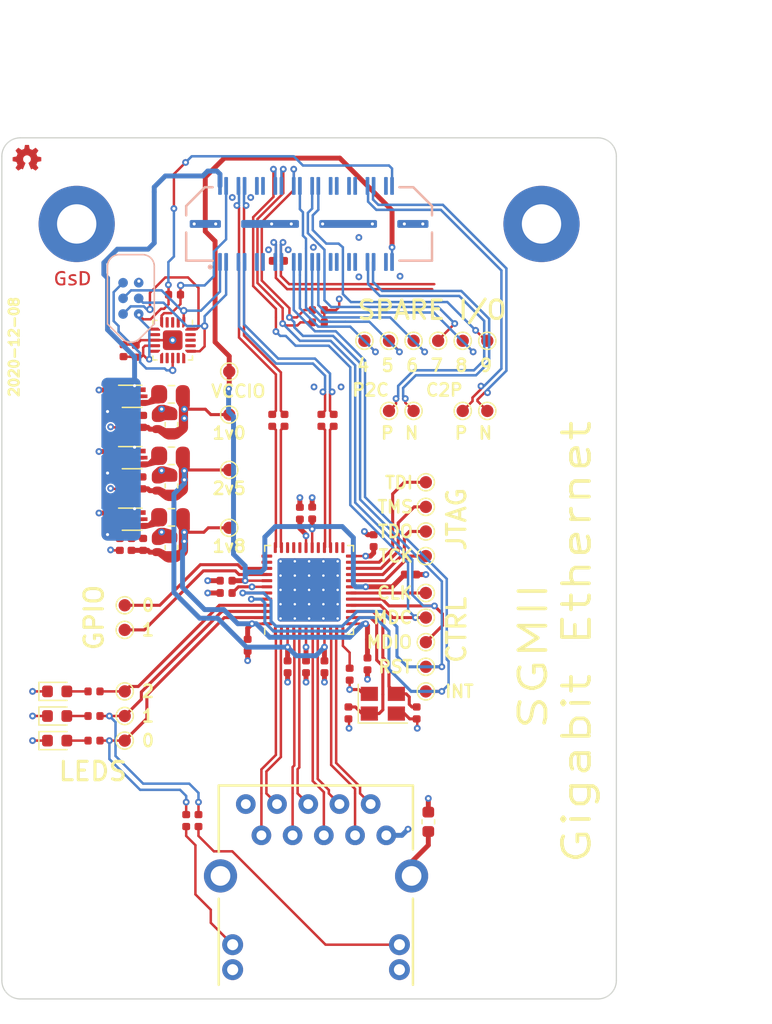
<source format=kicad_pcb>
(kicad_pcb (version 20201116) (generator pcbnew)
  (title_block (title "SYZYGY PCIe x4") (date "2020-12-04") (rev "r1.0") (company "GsD - @gregdavill"))
  (layers (0 "F.Cu" signal) (1 "In1.Cu" power) (2 "In2.Cu" signal) (31 "B.Cu" signal) (34 "B.Paste" user) (35 "F.Paste" user) (36 "B.SilkS" user "B.Silkscreen") (37 "F.SilkS" user "F.Silkscreen") (38 "B.Mask" user) (39 "F.Mask" user) (44 "Edge.Cuts" user))
  (net 0 "")
  (net 1 "GND")
  (net 2 "+3V3")
  (net 3 "/Peripheral MCU/MISO")
  (net 4 "/Peripheral MCU/~RESET")
  (net 5 "/SCL")
  (net 6 "/SDA")
  (net 7 "/RGA")
  (net 8 "/MDC")
  (net 9 "/VCCIO")
  (net 10 "/MDIO")
  (net 11 "/INT{slash}PWDN")
  (net 12 "/RESET_N")
  (net 13 "/S4")
  (net 14 "/S5")
  (net 15 "/S6")
  (net 16 "/S7")
  (net 17 "/S8")
  (net 18 "/S9")
  (net 19 "/P2C_CLK_P")
  (net 20 "Net-(J1-Pad38)")
  (net 21 "Net-(J1-Pad37)")
  (net 22 "/C2P_CLK_P")
  (net 23 "/P2C_CLK_N")
  (net 24 "/C2P_CLK_N")
  (net 25 "/CLK_OUT")
  (net 26 "/JTAG_CLK")
  (net 27 "/JTAG_TDI")
  (net 28 "/JTAG_TDO")
  (net 29 "/JTAG_TMS")
  (net 30 "/GPIO0")
  (net 31 "/GPIO1")
  (net 32 "/LED0")
  (net 33 "/LED1")
  (net 34 "Net-(U2-Pad2)")
  (net 35 "Net-(U2-Pad3)")
  (net 36 "Net-(U2-Pad4)")
  (net 37 "Net-(U2-Pad11)")
  (net 38 "Net-(U2-Pad12)")
  (net 39 "Net-(U2-Pad14)")
  (net 40 "Net-(U2-Pad15)")
  (net 41 "/_SGMII_SIN_P")
  (net 42 "/SGMII_SIN_P")
  (net 43 "/_SGMII_SON_P")
  (net 44 "/REFCLK_P")
  (net 45 "/SGMII_SON_P")
  (net 46 "/_SGMII_SIN_N")
  (net 47 "/SGMII_SIN_N")
  (net 48 "/LED2")
  (net 49 "Net-(CON1-Pad14)")
  (net 50 "Net-(D1-Pad2)")
  (net 51 "Net-(C12-Pad2)")
  (net 52 "Net-(C13-Pad2)")
  (net 53 "/_SGMII_SON_N")
  (net 54 "/SGMII_SON_N")
  (net 55 "Net-(C14-Pad2)")
  (net 56 "Net-(L1-Pad1)")
  (net 57 "Net-(L2-Pad1)")
  (net 58 "Net-(L3-Pad1)")
  (net 59 "Net-(J1-Pad9)")
  (net 60 "Net-(J1-Pad10)")
  (net 61 "Net-(CON1-Pad12)")
  (net 62 "/ETH_A_P")
  (net 63 "no_connect_99")
  (net 64 "no_connect_100")
  (net 65 "Net-(J1-Pad11)")
  (net 66 "Net-(J1-Pad12)")
  (net 67 "no_connect_95")
  (net 68 "no_connect_96")
  (net 69 "no_connect_97")
  (net 70 "no_connect_98")
  (net 71 "Net-(J1-Pad25)")
  (net 72 "Net-(J1-Pad26)")
  (net 73 "no_connect_101")
  (net 74 "no_connect_102")
  (net 75 "/ETH_A_N")
  (net 76 "Net-(J1-Pad27)")
  (net 77 "/REFCLK_N")
  (net 78 "+5V")
  (net 79 "/ETH_B_P")
  (net 80 "/ETH_B_N")
  (net 81 "/ETH_C_P")
  (net 82 "/ETH_C_N")
  (net 83 "/ETH_D_P")
  (net 84 "/ETH_D_N")
  (net 85 "Net-(CON1-Pad1)")
  (net 86 "Net-(U1-Pad15)")
  (net 87 "Net-(U1-Pad14)")
  (net 88 "Net-(U1-Pad12)")
  (net 89 "no_connect_104")
  (net 90 "no_connect_105")
  (net 91 "Net-(J1-Pad28)")
  (net 92 "no_connect_103")
  (net 93 "no_connect_106")
  (net 94 "no_connect_107")
  (net 95 "no_connect_108")
  (net 96 "Net-(D2-Pad2)")
  (net 97 "Net-(D3-Pad2)")
  (net 98 "Net-(J1-Pad29)")
  (net 99 "Net-(J1-Pad30)")
  (net 100 "Net-(J1-Pad31)")
  (net 101 "Net-(J1-Pad32)")
  (net 102 "+1V8")
  (net 103 "+1V0")
  (net 104 "+2V5")
  (net 105 "no_connect_109")
  (net 106 "no_connect_92")
  (net 107 "no_connect_93")
  (net 108 "no_connect_94")
  (footprint "Package_DFN_QFN:QFN-20-1EP_3x3mm_P0.45mm_EP1.6x1.6mm" (layer "F.Cu") (at 118.9 97.65 -90)
    (fp_text reference "U2" hide)
    (fp_text value "ATtiny44A-MMH" hide)
  )
  (footprint "Resistor_SMD:R_0402_1005Metric" (layer "F.Cu") (at 119.05 93.95)
    (fp_text reference "R15" hide)
    (fp_text value "10K" hide)
  )
  (footprint "Capacitor_SMD:C_0402_1005Metric" (layer "F.Cu") (at 115.9 98.55 90)
    (fp_text reference "C9" hide)
    (fp_text value "0.1uF" hide)
  )
  (footprint "Capacitor_SMD:C_0402_1005Metric" (layer "F.Cu") (at 114.9 98.5 90)
    (fp_text reference "C10" hide)
    (fp_text value "1uF" hide)
  )
  (footprint "Resistor_SMD:R_0402_1005Metric" (layer "F.Cu") (at 120 136.7 -90)
    (fp_text reference "R10" hide)
    (fp_text value "1.5K" hide)
  )
  (footprint "Capacitor_SMD:C_0402_1005Metric" (layer "F.Cu") (at 113.6 112.2 90)
    (fp_text reference "C11" hide)
    (fp_text value "4.7uF" hide)
  )
  (footprint "Capacitor_SMD:C_0402_1005Metric" (layer "F.Cu") (at 133.2 127.95 -90)
    (fp_text reference "C3" hide)
    (fp_text value "10pF" hide)
  )
  (footprint "TestPoint:TestPoint_Pad_D1.0mm" (layer "F.Cu") (at 123.5 112.9 -90)
    (fp_text reference "TP29" hide)
    (fp_text value "TestPoint_Alt" hide)
  )
  (footprint "TestPoint:TestPoint_Pad_D1.0mm" (layer "F.Cu") (at 115 128.2)
    (fp_text reference "TP26" hide)
    (fp_text value "TestPoint_Alt" hide)
  )
  (footprint "Package_TO_SOT_SMD:SOT-666" (layer "F.Cu") (at 115.6 112.2)
    (fp_text reference "U5" hide)
    (fp_text value "TLV62569DRL" hide)
  )
  (footprint "gsd-footprints:JD1-0001NL" (layer "F.Cu") (at 124.85 144.25)
    (fp_text reference "CON1" hide)
    (fp_text value "JD1_0001NL" hide)
  )
  (footprint "TestPoint:TestPoint_Pad_D1.0mm" (layer "F.Cu") (at 115 126.2)
    (fp_text reference "TP27" hide)
    (fp_text value "TestPoint_Alt" hide)
  )
  (footprint "Resistor_SMD:R_0402_1005Metric" (layer "F.Cu") (at 127.5 91.2 180)
    (fp_text reference "R1" hide)
    (fp_text value "100R" hide)
  )
  (footprint "Capacitor_SMD:C_0402_1005Metric" (layer "F.Cu") (at 123.25 118.2 180)
    (fp_text reference "C29" hide)
    (fp_text value "0.1uF" hide)
  )
  (footprint "Resistor_SMD:R_0402_1005Metric" (layer "F.Cu") (at 114.6 109.25 90)
    (fp_text reference "R5" hide)
    (fp_text value "100k" hide)
  )
  (footprint "Inductor_SMD:L_0805_2012Metric" (layer "F.Cu") (at 118.8 102.05)
    (fp_text reference "L1" hide)
    (fp_text value "2.2uH" hide)
  )
  (footprint "Crystal:Crystal_SMD_SeikoEpson_TSX3225-4Pin_3.2x2.5mm" (layer "F.Cu") (at 136 127.2)
    (fp_text reference "Y1" hide)
    (fp_text value "25MHz" hide)
  )
  (footprint "LED_SMD:LED_0603_1608Metric" (layer "F.Cu") (at 109.5 130.2)
    (fp_text reference "D1" hide)
    (fp_text value "LED_ALT" hide)
  )
  (footprint "TestPoint:TestPoint_Pad_D1.0mm" (layer "F.Cu") (at 123.5 103.7)
    (fp_text reference "TP18" hide)
    (fp_text value "TestPoint_Alt" hide)
  )
  (footprint "gkl_logos:oshw_small" (layer "F.Cu") (at 107.05 82.85)
    (fp_text reference "G***" hide)
    (fp_text value "LOGO" hide)
  )
  (footprint "Inductor_SMD:L_0805_2012Metric" (layer "F.Cu") (at 118.8 112.05)
    (fp_text reference "L3" hide)
    (fp_text value "2.2uH" hide)
  )
  (footprint "Capacitor_SMD:C_0402_1005Metric" (layer "F.Cu") (at 117.6 109.4 90)
    (fp_text reference "C19" hide)
    (fp_text value "1uF" hide)
  )
  (footprint "TestPoint:TestPoint_Pad_D1.0mm" (layer "F.Cu") (at 134.5 97.7)
    (fp_text reference "TP2" hide)
    (fp_text value "TestPoint_Alt" hide)
  )
  (footprint "Capacitor_SMD:C_0402_1005Metric" (layer "F.Cu") (at 123.25 117.2 180)
    (fp_text reference "C22" hide)
    (fp_text value "0.1uF" hide)
  )
  (footprint "MountingHole:MountingHole_3.2mm_M3" (layer "F.Cu") (at 110 98.2 180)
    (fp_text reference "H4" hide)
    (fp_text value "MountingHole" hide)
  )
  (footprint "TestPoint:TestPoint_Pad_D1.0mm" (layer "F.Cu") (at 136.5 103.4)
    (fp_text reference "TP19" hide)
    (fp_text value "TestPoint_Alt" hide)
  )
  (footprint "MountingHole:MountingHole_3.2mm_M3" (layer "F.Cu") (at 150 98.2)
    (fp_text reference "H2" hide)
    (fp_text value "MountingHole" hide)
  )
  (footprint "TestPoint:TestPoint_Pad_D1.0mm" (layer "F.Cu") (at 139.5 124.2)
    (fp_text reference "TP11" hide)
    (fp_text value "TestPoint_Alt" hide)
  )
  (footprint "TestPoint:TestPoint_Pad_D1.0mm" (layer "F.Cu") (at 139.5 115.2)
    (fp_text reference "TP14" hide)
    (fp_text value "TestPoint_Alt" hide)
  )
  (footprint "Resistor_SMD:R_0402_1005Metric" (layer "F.Cu") (at 112.5 130.2 180)
    (fp_text reference "R12" hide)
    (fp_text value "1.5K" hide)
  )
  (footprint "Capacitor_SMD:C_0603_1608Metric" (layer "F.Cu") (at 118.8 109.5 90)
    (fp_text reference "C16" hide)
    (fp_text value "10uF" hide)
  )
  (footprint "TestPoint:TestPoint_Pad_D1.0mm" (layer "F.Cu") (at 142.5 103.4)
    (fp_text reference "TP21" hide)
    (fp_text value "TestPoint_Alt" hide)
  )
  (footprint "TestPoint:TestPoint_Pad_D1.0mm" (layer "F.Cu") (at 139.5 120.2)
    (fp_text reference "TP9" hide)
    (fp_text value "TestPoint_Alt" hide)
  )
  (footprint "Resistor_SMD:R_0402_1005Metric" (layer "F.Cu") (at 112.5 126.2 180)
    (fp_text reference "R14" hide)
    (fp_text value "1.5K" hide)
  )
  (footprint "Resistor_SMD:R_0402_1005Metric" (layer "F.Cu") (at 130.75 95.2 180)
    (fp_text reference "R9" hide)
    (fp_text value "1.5K" hide)
  )
  (footprint "TestPoint:TestPoint_Pad_D1.0mm" (layer "F.Cu") (at 139.5 109.2)
    (fp_text reference "TP15" hide)
    (fp_text value "TestPoint_Alt" hide)
  )
  (footprint "TestPoint:TestPoint_Pad_D1.0mm" (layer "F.Cu") (at 142.5 97.7)
    (fp_text reference "TP4" hide)
    (fp_text value "TestPoint_Alt" hide)
  )
  (footprint "TestPoint:TestPoint_Pad_D1.0mm" (layer "F.Cu") (at 115 130.2)
    (fp_text reference "TP25" hide)
    (fp_text value "TestPoint_Alt" hide)
  )
  (footprint "Capacitor_SMD:C_0402_1005Metric" (layer "F.Cu") (at 131 104.165 -90)
    (fp_text reference "C1" hide)
    (fp_text value "0.1uF" hide)
  )
  (footprint "TestPoint:TestPoint_Pad_D1.0mm" (layer "F.Cu") (at 139.5 126.2)
    (fp_text reference "TP12" hide)
    (fp_text value "TestPoint_Alt" hide)
  )
  (footprint "MountingHole:MountingHole_3.2mm_M3" (layer "F.Cu") (at 110 146.2)
    (fp_text reference "H1" hide)
    (fp_text value "MountingHole" hide)
  )
  (footprint "Capacitor_SMD:C_0402_1005Metric" (layer "F.Cu") (at 134.75 123.965 -90)
    (fp_text reference "C27" hide)
    (fp_text value "0.1uF" hide)
  )
  (footprint "Resistor_SMD:R_0402_1005Metric" (layer "F.Cu") (at 133.3 124.8 90)
    (fp_text reference "R1" hide)
    (fp_text value "11K" hide)
  )
  (footprint "Capacitor_SMD:C_0402_1005Metric" (layer "F.Cu") (at 117.6 114.4 90)
    (fp_text reference "C20" hide)
    (fp_text value "1uF" hide)
  )
  (footprint "Resistor_SMD:R_0402_1005Metric" (layer "F.Cu") (at 115.5 109.25 -90)
    (fp_text reference "R4" hide)
    (fp_text value "84k5" hide)
  )
  (footprint "gkl_logos:gsd_logo_small" (layer "F.Cu") (at 110.75 92.7)
    (fp_text reference "G***" hide)
    (fp_text value "LOGO" hide)
  )
  (footprint "Package_TO_SOT_SMD:SOT-666" (layer "F.Cu") (at 115.6 107.2)
    (fp_text reference "U4" hide)
    (fp_text value "TLV62569DRL" hide)
  )
  (footprint "TestPoint:TestPoint_Pad_D1.0mm" (layer "F.Cu") (at 144.5 97.7)
    (fp_text reference "TP8" hide)
    (fp_text value "TestPoint_Alt" hide)
  )
  (footprint "Package_DFN_QFN:QFN-48-1EP_7x7mm_P0.5mm_EP5.15x5.15mm_ThermalVias" (layer "F.Cu") (at 130 117.95 90)
    (fp_text reference "U1" hide)
    (fp_text value "DP83867C" hide)
  )
  (footprint "Resistor_SMD:R_0402_1005Metric" (layer "F.Cu") (at 112.5 128.2 180)
    (fp_text reference "R13" hide)
    (fp_text value "1.5K" hide)
  )
  (footprint "Resistor_SMD:R_0402_1005Metric" (layer "F.Cu") (at 114.599999 104.25 90)
    (fp_text reference "R3" hide)
    (fp_text value "100k" hide)
  )
  (footprint "Resistor_SMD:R_0402_1005Metric" (layer "F.Cu") (at 121 136.7 -90)
    (fp_text reference "R11" hide)
    (fp_text value "1.5K" hide)
  )
  (footprint "TestPoint:TestPoint_Pad_D1.0mm" (layer "F.Cu") (at 138.5 97.7)
    (fp_text reference "TP3" hide)
    (fp_text value "TestPoint_Alt" hide)
  )
  (footprint "Capacitor_SMD:C_0402_1005Metric" (layer "F.Cu") (at 130.25 111.7 90)
    (fp_text reference "C23" hide)
    (fp_text value "0.1uF" hide)
  )
  (footprint "TestPoint:TestPoint_Pad_D1.0mm" (layer "F.Cu") (at 115 121.2)
    (fp_text reference "TP24" hide)
    (fp_text value "TestPoint_Alt" hide)
  )
  (footprint "Capacitor_SMD:C_0402_1005Metric" (layer "F.Cu") (at 128 104.165 -90)
    (fp_text reference "C2" hide)
    (fp_text value "0.1uF" hide)
  )
  (footprint "TestPoint:TestPoint_Pad_D1.0mm" (layer "F.Cu") (at 138.5 103.4)
    (fp_text reference "TP20" hide)
    (fp_text value "TestPoint_Alt" hide)
  )
  (footprint "Inductor_SMD:L_0603_1608Metric" (layer "F.Cu") (at 139.7 136.8 -90)
    (fp_text reference "FB1" hide)
    (fp_text value "100R" hide)
  )
  (footprint "TestPoint:TestPoint_Pad_D1.0mm" (layer "F.Cu") (at 136.5 97.7)
    (fp_text reference "TP6" hide)
    (fp_text value "TestPoint_Alt" hide)
  )
  (footprint "Capacitor_SMD:C_0402_1005Metric" (layer "F.Cu") (at 116.499999 104.25 90)
    (fp_text reference "C12" hide)
    (fp_text value "6.8pF" hide)
  )
  (footprint "TestPoint:TestPoint_Pad_D1.0mm" (layer "F.Cu") (at 139.5 118.2)
    (fp_text reference "TP13" hide)
    (fp_text value "TestPoint_Alt" hide)
  )
  (footprint "Resistor_SMD:R_0402_1005Metric" (layer "F.Cu") (at 115.55 104.25 -90)
    (fp_text reference "R2" hide)
    (fp_text value "84k5" hide)
  )
  (footprint "Capacitor_SMD:C_0402_1005Metric" (layer "F.Cu") (at 113.6 107.2 90)
    (fp_text reference "C8" hide)
    (fp_text value "4.7uF" hide)
  )
  (footprint "Capacitor_SMD:C_0402_1005Metric" (layer "F.Cu") (at 129.75 124.2 -90)
    (fp_text reference "C30" hide)
    (fp_text value "0.1uF" hide)
  )
  (footprint "Capacitor_SMD:C_0603_1608Metric" (layer "F.Cu") (at 118.8 114.5 90)
    (fp_text reference "C17" hide)
    (fp_text value "10uF" hide)
  )
  (footprint "LED_SMD:LED_0603_1608Metric" (layer "F.Cu") (at 109.5 128.2)
    (fp_text reference "D2" hide)
    (fp_text value "LED_ALT" hide)
  )
  (footprint "Capacitor_SMD:C_0402_1005Metric" (layer "F.Cu") (at 138.25 116.7)
    (fp_text reference "C21" hide)
    (fp_text value "0.1uF" hide)
  )
  (footprint "LED_SMD:LED_0603_1608Metric" (layer "F.Cu") (at 109.5 126.2)
    (fp_text reference "D3" hide)
    (fp_text value "LED_ALT" hide)
  )
  (footprint "Capacitor_SMD:C_0402_1005Metric" (layer "F.Cu") (at 127 104.165 -90)
    (fp_text reference "C7" hide)
    (fp_text value "0.1uF" hide)
  )
  (footprint "Capacitor_SMD:C_0402_1005Metric" (layer "F.Cu") (at 132 104.165 -90)
    (fp_text reference "C6" hide)
    (fp_text value "0.1uF" hide)
  )
  (footprint "Package_TO_SOT_SMD:SOT-666" (layer "F.Cu") (at 115.599999 102.2125)
    (fp_text reference "U3" hide)
    (fp_text value "TLV62569DRL" hide)
  )
  (footprint "Resistor_SMD:R_0402_1005Metric" (layer "F.Cu") (at 115.55 114.25 -90)
    (fp_text reference "R6" hide)
    (fp_text value "84k5" hide)
  )
  (footprint "TestPoint:TestPoint_Pad_D1.0mm" (layer "F.Cu") (at 139.5 111.2)
    (fp_text reference "TP17" hide)
    (fp_text value "TestPoint_Alt" hide)
  )
  (footprint "Capacitor_SMD:C_0402_1005Metric" (layer "F.Cu") (at 125 122.45 -90)
    (fp_text reference "C26" hide)
    (fp_text value "0.1uF" hide)
  )
  (footprint "TestPoint:TestPoint_Pad_D1.0mm" (layer "F.Cu") (at 123.5 108.2 -90)
    (fp_text reference "TP28" hide)
    (fp_text value "TestPoint_Alt" hide)
  )
  (footprint "Capacitor_SMD:C_0603_1608Metric" (layer "F.Cu") (at 118.799999 104.5 90)
    (fp_text reference "C15" hide)
    (fp_text value "10uF" hide)
  )
  (footprint "Capacitor_SMD:C_0402_1005Metric" (layer "F.Cu") (at 113.599999 102.2 90)
    (fp_text reference "C5" hide)
    (fp_text value "4.7uF" hide)
  )
  (footprint "Resistor_SMD:R_0402_1005Metric" (layer "F.Cu") (at 114.6 114.25 90)
    (fp_text reference "R7" hide)
    (fp_text value "100k" hide)
  )
  (footprint "TestPoint:TestPoint_Pad_D1.0mm" (layer "F.Cu") (at 140.5 97.7)
    (fp_text reference "TP7" hide)
    (fp_text value "TestPoint_Alt" hide)
  )
  (footprint "MountingHole:MountingHole_3.2mm_M3" (layer "F.Cu") (at 150 146.2)
    (fp_text reference "H3" hide)
    (fp_text value "MountingHole" hide)
  )
  (footprint "Capacitor_SMD:C_0402_1005Metric" (layer "F.Cu") (at 128.25 124.2 -90)
    (fp_text reference "C25" hide)
    (fp_text value "0.1uF" hide)
  )
  (footprint "Resistor_SMD:R_0402_1005Metric" (layer "F.Cu") (at 130.75 96.2 180)
    (fp_text reference "R8" hide)
    (fp_text value "1.5K" hide)
  )
  (footprint "TestPoint:TestPoint_Pad_D1.0mm" (layer "F.Cu") (at 139.5 113.2)
    (fp_text reference "TP16" hide)
    (fp_text value "TestPoint_Alt" hide)
  )
  (footprint "Capacitor_SMD:C_0402_1005Metric" (layer "F.Cu") (at 117.599998 104.4 90)
    (fp_text reference "C18" hide)
    (fp_text value "1uF" hide)
  )
  (footprint "Capacitor_SMD:C_0402_1005Metric" (layer "F.Cu") (at 131.25 124.2 -90)
    (fp_text reference "C24" hide)
    (fp_text value "0.1uF" hide)
  )
  (footprint "Capacitor_SMD:C_0402_1005Metric" (layer "F.Cu") (at 129.25 111.715 90)
    (fp_text reference "C28" hide)
    (fp_text value "0.1uF" hide)
  )
  (footprint "Inductor_SMD:L_0805_2012Metric" (layer "F.Cu") (at 118.8 107.05)
    (fp_text reference "L2" hide)
    (fp_text value "2.2uH" hide)
  )
  (footprint "TestPoint:TestPoint_Pad_D1.0mm" (layer "F.Cu") (at 144.5 103.4)
    (fp_text reference "TP22" hide)
    (fp_text value "TestPoint_Alt" hide)
  )
  (footprint "Capacitor_SMD:C_0402_1005Metric" (layer "F.Cu") (at 138.75 127.95 -90)
    (fp_text reference "C4" hide)
    (fp_text value "10pF" hide)
  )
  (footprint "Capacitor_SMD:C_0402_1005Metric" (layer "F.Cu") (at 135.25 113.95 90)
    (fp_text reference "C31" hide)
    (fp_text value "0.1uF" hide)
  )
  (footprint "TestPoint:TestPoint_Pad_D1.0mm" (layer "F.Cu") (at 139.5 122.2)
    (fp_text reference "TP10" hide)
    (fp_text value "TestPoint_Alt" hide)
  )
  (footprint "Capacitor_SMD:C_0402_1005Metric" (layer "F.Cu") (at 116.5 114.25 90)
    (fp_text reference "C14" hide)
    (fp_text value "6.8pF" hide)
  )
  (footprint "Capacitor_SMD:C_0402_1005Metric" (layer "F.Cu") (at 116.45 109.25 90)
    (fp_text reference "C13" hide)
    (fp_text value "6.8pF" hide)
  )
  (footprint "TestPoint:TestPoint_Pad_D1.0mm" (layer "F.Cu") (at 123.5 100.2)
    (fp_text reference "TP1" hide)
    (fp_text value "TestPoint_Alt" hide)
  )
  (footprint "TestPoint:TestPoint_Pad_D1.0mm" (layer "F.Cu") (at 115 119.2)
    (fp_text reference "TP23" hide)
    (fp_text value "TestPoint_Alt" hide)
  )
  (footprint "pkl_tag_connect:TC2030-NL_SMALL" (layer "B.Cu") (at 115.5 94.25 90)
    (fp_text reference "J3" hide)
    (fp_text value "TagConnect" hide)
  )
  (footprint "gsd-footprints:SYZYGY-TXR-POD" (layer "B.Cu") (at 130 88.2 180)
    (fp_text reference "J1" hide)
    (fp_text value "SYZYGY-TXR-4" hide)
  )
  (gr_line (start 106.5 81.2) (end 153.5 81.2) (layer "Edge.Cuts") (width 0.1))
  (gr_line (start 105 149.7) (end 105 82.7) (layer "Edge.Cuts") (width 0.1))
  (gr_arc (start 106.5 82.7) (end 106.5 81.2) (angle -90) (layer "Edge.Cuts") (width 0.1))
  (gr_arc (start 153.5 82.7) (end 155 82.7) (angle -90) (layer "Edge.Cuts") (width 0.1))
  (gr_line (start 155 82.7) (end 155 149.7) (layer "Edge.Cuts") (width 0.1))
  (gr_arc (start 153.5 149.7) (end 153.499999 151.2) (angle -90) (layer "Edge.Cuts") (width 0.1))
  (gr_line (start 153.499999 151.2) (end 106.500001 151.2) (layer "Edge.Cuts") (width 0.1))
  (gr_arc (start 106.5 149.7) (end 105 149.7) (angle -90) (layer "Edge.Cuts") (width 0.1))
  (gr_text "MDIO" (at 138.5 122.2) (layer "F.SilkS") (effects (font (size 1 1) (thickness 0.2)) (justify right)))
  (gr_text "P2C" (at 135 101.7) (layer "F.SilkS") (effects (font (size 1 1) (thickness 0.2))))
  (gr_text "N" (at 139 105.2) (layer "F.SilkS") (effects (font (size 1 1) (thickness 0.2)) (justify right)))
  (gr_text "1v0" (at 123.5 105.2) (layer "F.SilkS") (effects (font (size 1 1) (thickness 0.2))))
  (gr_text "INT" (at 143.5 126.2) (layer "F.SilkS") (effects (font (size 1 1) (thickness 0.2)) (justify right)))
  (gr_text "RST" (at 138.5 124.2) (layer "F.SilkS") (effects (font (size 1 1) (thickness 0.2)) (justify right)))
  (gr_text "5" (at 137 99.7) (layer "F.SilkS") (effects (font (size 1 1) (thickness 0.2)) (justify right)))
  (gr_text "TCK" (at 135.547619 115.2) (layer "F.SilkS") (effects (font (size 1 1) (thickness 0.2)) (justify left)))
  (gr_text "CTRL" (at 142 121.2 90) (layer "F.SilkS") (effects (font (size 1.5 1.5) (thickness 0.25))))
  (gr_text "2" (at 117.5 126.2) (layer "F.SilkS") (effects (font (size 1 1) (thickness 0.2)) (justify right)))
  (gr_text "0" (at 117.5 130.2) (layer "F.SilkS") (effects (font (size 1 1) (thickness 0.2)) (justify right)))
  (gr_text "1\n" (at 117.5 121.2) (layer "F.SilkS") (effects (font (size 1 1) (thickness 0.2)) (justify right)))
  (gr_text "8" (at 143 99.7) (layer "F.SilkS") (effects (font (size 1 1) (thickness 0.2)) (justify right)))
  (gr_text "TDI\n" (at 136.071429 109.235) (layer "F.SilkS") (effects (font (size 1 1) (thickness 0.2)) (justify left)))
  (gr_text "0" (at 117.5 119.2) (layer "F.SilkS") (effects (font (size 1 1) (thickness 0.2)) (justify right)))
  (gr_text "1" (at 117.5 128.2) (layer "F.SilkS") (effects (font (size 1 1) (thickness 0.2)) (justify right)))
  (gr_text "1v8" (at 123.5 114.4) (layer "F.SilkS") (effects (font (size 1 1) (thickness 0.2))))
  (gr_text "7" (at 141 99.7) (layer "F.SilkS") (effects (font (size 1 1) (thickness 0.2)) (justify right)))
  (gr_text "N" (at 145 105.2) (layer "F.SilkS") (effects (font (size 1 1) (thickness 0.2)) (justify right)))
  (gr_text "TDO" (at 135.5 113.2) (layer "F.SilkS") (effects (font (size 1 1) (thickness 0.2)) (justify left)))
  (gr_text "TMS" (at 135.452381 111.2) (layer "F.SilkS") (effects (font (size 1 1) (thickness 0.2)) (justify left)))
  (gr_text "SPARE I/O" (at 140 95.2) (layer "F.SilkS") (effects (font (size 1.5 1.5) (thickness 0.25))))
  (gr_text "VCCIO" (at 124.25 101.8) (layer "F.SilkS") (effects (font (size 1 1) (thickness 0.2))))
  (gr_text "LEDS" (at 112.4 132.7) (layer "F.SilkS") (effects (font (size 1.5 1.5) (thickness 0.25))))
  (gr_text "C2P" (at 141 101.7) (layer "F.SilkS") (effects (font (size 1 1) (thickness 0.2))))
  (gr_text "6" (at 139 99.7) (layer "F.SilkS") (effects (font (size 1 1) (thickness 0.2)) (justify right)))
  (gr_text "CLK" (at 138.5 118.2) (layer "F.SilkS") (effects (font (size 1 1) (thickness 0.2)) (justify right)))
  (gr_text "9" (at 145 99.7) (layer "F.SilkS") (effects (font (size 1 1) (thickness 0.2)) (justify right)))
  (gr_text "2v5" (at 123.5 109.7) (layer "F.SilkS") (effects (font (size 1 1) (thickness 0.2))))
  (gr_text "4" (at 135 99.7) (layer "F.SilkS") (effects (font (size 1 1) (thickness 0.2)) (justify right)))
  (gr_text "2020-12-08" (at 106 98.2 90) (layer "F.SilkS") (effects (font (size 0.8 0.8) (thickness 0.2))))
  (gr_text "JTAG" (at 142 112.2 90) (layer "F.SilkS") (effects (font (size 1.5 1.5) (thickness 0.25))))
  (gr_text "GPIO" (at 112.5 120.2 90) (layer "F.SilkS") (effects (font (size 1.5 1.5) (thickness 0.25))))
  (gr_text "SGMII \nGigabit Ethernet" (at 150 122.2 90) (layer "F.SilkS") (effects (font (size 2.2 2.959) (thickness 0.3))))
  (gr_text "P" (at 137 105.2) (layer "F.SilkS") (effects (font (size 1 1) (thickness 0.2)) (justify right)))
  (gr_text "P" (at 143 105.2) (layer "F.SilkS") (effects (font (size 1 1) (thickness 0.2)) (justify right)))
  (gr_text "MDC" (at 138.5 120.2) (layer "F.SilkS") (effects (font (size 1 1) (thickness 0.2)) (justify right)))
  (segment (start 113.599999 101.715) (end 113.584999 101.7) (width 0.4) (layer "F.Cu") (net 1))
  (segment (start 114.097499 107.2125) (end 113.599999 106.715) (width 0.3) (layer "F.Cu") (net 1))
  (segment (start 113.885 114.735) (end 113.85 114.7) (width 0.2) (layer "F.Cu") (net 1))
  (segment (start 117.599998 108.915) (end 117.599998 108.650002) (width 0.4) (layer "F.Cu") (net 1))
  (segment (start 113.885 109.735) (end 113.85 109.7) (width 0.2) (layer "F.Cu") (net 1))
  (segment (start 117.599998 103.650002) (end 118 103.25) (width 0.4) (layer "F.Cu") (net 1))
  (segment (start 137.1 128) (end 137.75 128) (width 0.25) (layer "F.Cu") (net 1))
  (segment (start 114.674999 112.2125) (end 114.097499 112.2125) (width 0.3) (layer "F.Cu") (net 1))
  (segment (start 117.599998 113.650002) (end 118 113.25) (width 0.4) (layer "F.Cu") (net 1))
  (segment (start 108.7125 126.2) (end 107.5 126.2) (width 0.2) (layer "F.Cu") (net 1))
  (segment (start 128.25 124.685) (end 128.25 125.45) (width 0.4) (layer "F.Cu") (net 1))
  (segment (start 134.05 126.05) (end 133.3 126.05) (width 0.25) (layer "F.Cu") (net 1))
  (segment (start 113.584999 106.7) (end 112.9 106.7) (width 0.4) (layer "F.Cu") (net 1))
  (segment (start 133.2 128.435) (end 133.25 128.485) (width 0.2) (layer "F.Cu") (net 1))
  (segment (start 138.75 128.435) (end 138.8 128.485) (width 0.2) (layer "F.Cu") (net 1))
  (segment (start 117.45 97.65) (end 116.315 97.65) (width 0.2) (layer "F.Cu") (net 1))
  (segment (start 125 122.935) (end 125 123.7) (width 0.4) (layer "F.Cu") (net 1))
  (segment (start 134.765 113.465) (end 134.5 113.2) (width 0.4) (layer "F.Cu") (net 1))
  (segment (start 130.25 111.215) (end 130.25 110.45) (width 0.4) (layer "F.Cu") (net 1))
  (segment (start 138.185 128.435) (end 138.75 128.435) (width 0.25) (layer "F.Cu") (net 1))
  (segment (start 117.599998 108.650002) (end 118 108.25) (width 0.4) (layer "F.Cu") (net 1))
  (segment (start 114.599999 109.735) (end 113.885 109.735) (width 0.2) (layer "F.Cu") (net 1))
  (segment (start 122.765 118.2) (end 121.75 118.2) (width 0.4) (layer "F.Cu") (net 1))
  (segment (start 115.9 98.065) (end 115.4 98) (width 0.2) (layer "F.Cu") (net 1))
  (segment (start 131.25 124.685) (end 131.25 125.45) (width 0.4) (layer "F.Cu") (net 1))
  (segment (start 134.4 126.4) (end 134.05 126.05) (width 0.25) (layer "F.Cu") (net 1))
  (segment (start 113.599999 106.715) (end 113.584999 106.7) (width 0.4) (layer "F.Cu") (net 1))
  (segment (start 113.584999 111.7) (end 112.9 111.7) (width 0.4) (layer "F.Cu") (net 1))
  (segment (start 113.885 104.735) (end 113.85 104.7) (width 0.2) (layer "F.Cu") (net 1))
  (segment (start 108.7125 128.2) (end 107.5 128.2) (width 0.2) (layer "F.Cu") (net 1))
  (segment (start 114.097499 102.2125) (end 113.599999 101.715) (width 0.3) (layer "F.Cu") (net 1))
  (segment (start 137.75 128) (end 138.185 128.435) (width 0.25) (layer "F.Cu") (net 1))
  (segment (start 114.674999 102.2125) (end 114.097499 102.2125) (width 0.3) (layer "F.Cu") (net 1))
  (segment (start 118.799999 108.7125) (end 118.4625 108.7125) (width 0.4) (layer "F.Cu") (net 1))
  (segment (start 134.75 124.45) (end 134.75 125.215) (width 0.4) (layer "F.Cu") (net 1))
  (segment (start 113.584999 101.7) (end 112.9 101.7) (width 0.4) (layer "F.Cu") (net 1))
  (segment (start 108.7125 130.2) (end 107.5 130.2) (width 0.2) (layer "F.Cu") (net 1))
  (segment (start 118.799999 113.7125) (end 118.4625 113.7125) (width 0.4) (layer "F.Cu") (net 1))
  (segment (start 115.4 98) (end 114.9 98.015) (width 0.2) (layer "F.Cu") (net 1))
  (segment (start 133.25 128.485) (end 133.25 129.2) (width 0.2) (layer "F.Cu") (net 1))
  (segment (start 117.599998 103.915) (end 117.599998 103.650002) (width 0.4) (layer "F.Cu") (net 1))
  (segment (start 122.765 117.2) (end 121.75 117.2) (width 0.4) (layer "F.Cu") (net 1))
  (segment (start 114.674999 107.2125) (end 114.097499 107.2125) (width 0.3) (layer "F.Cu") (net 1))
  (segment (start 114.599999 104.735) (end 113.885 104.735) (width 0.2) (layer "F.Cu") (net 1))
  (segment (start 117.599998 113.915) (end 117.599998 113.650002) (width 0.4) (layer "F.Cu") (net 1))
  (segment (start 138.735 116.7) (end 139.5 116.7) (width 0.4) (layer "F.Cu") (net 1))
  (segment (start 116.315 97.65) (end 115.9 98.065) (width 0.2) (layer "F.Cu") (net 1))
  (segment (start 114.599999 114.735) (end 113.885 114.735) (width 0.2) (layer "F.Cu") (net 1))
  (segment (start 118.799999 103.7125) (end 118.4625 103.7125) (width 0.4) (layer "F.Cu") (net 1))
  (segment (start 113.599999 111.715) (end 113.584999 111.7) (width 0.4) (layer "F.Cu") (net 1))
  (segment (start 129.75 124.685) (end 129.75 125.45) (width 0.4) (layer "F.Cu") (net 1))
  (segment (start 118.4625 103.7125) (end 118 103.25) (width 0.4) (layer "F.Cu") (net 1))
  (segment (start 139.7 136.0125) (end 139.7 134.9) (width 0.4) (layer "F.Cu") (net 1))
  (segment (start 129.25 111.23) (end 129.25 110.45) (width 0.4) (layer "F.Cu") (net 1))
  (segment (start 138.8 128.485) (end 138.8 129.2) (width 0.2) (layer "F.Cu") (net 1))
  (segment (start 135.25 113.465) (end 134.765 113.465) (width 0.4) (layer "F.Cu") (net 1))
  (segment (start 134.9 126.4) (end 134.4 126.4) (width 0.25) (layer "F.Cu") (net 1))
  (segment (start 118.4625 108.7125) (end 118 108.25) (width 0.4) (layer "F.Cu") (net 1))
  (segment (start 114.097499 112.2125) (end 113.599999 111.715) (width 0.3) (layer "F.Cu") (net 1))
  (segment (start 118.4625 113.7125) (end 118 113.25) (width 0.4) (layer "F.Cu") (net 1))
  (segment (start 133.3 125.285) (end 133.3 126.05) (width 0.2) (layer "F.Cu") (net 1))
  (segment (start 118.9 97.65) (end 117.45 97.65) (width 0.2) (layer "F.Cu") (net 1))
  (via (at 128.25 125.45) (size 0.55) (drill 0.25) (layers "F.Cu" "B.Cu") (net 1))
  (via (at 118.9 97.65) (size 0.6) (drill 0.3) (layers "F.Cu" "B.Cu") (net 1))
  (via (at 112.9 111.7) (size 0.55) (drill 0.25) (layers "F.Cu" "B.Cu") (net 1))
  (via (at 138.8 129.2) (size 0.55) (drill 0.25) (layers "F.Cu" "B.Cu") (net 1))
  (via (at 112.9 106.7) (size 0.55) (drill 0.25) (layers "F.Cu" "B.Cu") (net 1))
  (via (at 112.9 101.7) (size 0.55) (drill 0.25) (layers "F.Cu" "B.Cu") (net 1))
  (via (at 113.85 104.7) (size 0.55) (drill 0.25) (layers "F.Cu" "B.Cu") (net 1))
  (via (at 107.5 128.2) (size 0.55) (drill 0.25) (layers "F.Cu" "B.Cu") (net 1))
  (via (at 116.15 92.85) (size 0.55) (drill 0.25) (layers "F.Cu" "B.Cu") (net 1))
  (via (at 132.6 101.45) (size 0.55) (drill 0.25) (layers "F.Cu" "B.Cu") (net 1))
  (via (at 139.5 116.7) (size 0.55) (drill 0.25) (layers "F.Cu" "B.Cu") (net 1))
  (via (at 139.7 134.9) (size 0.55) (drill 0.25) (layers "F.Cu" "B.Cu") (net 1))
  (via (at 128.3 90.3) (size 0.55) (drill 0.25) (layers "F.Cu" "B.Cu") (net 1))
  (via (at 129.75 125.45) (size 0.55) (drill 0.25) (layers "F.Cu" "B.Cu") (net 1))
  (via (at 121.75 118.2) (size 0.55) (drill 0.25) (layers "F.Cu" "B.Cu") (net 1))
  (via (at 135.15 88.2) (size 0.55) (drill 0.25) (layers "F.Cu" "B.Cu") (net 1))
  (via (at 130.25 110.45) (size 0.55) (drill 0.25) (layers "F.Cu" "B.Cu") (net 1))
  (via (at 134.05 89.3) (size 0.55) (drill 0.25) (layers "F.Cu" "B.Cu") (net 1))
  (via (at 126.7 90.3) (size 0.55) (drill 0.25) (layers "F.Cu" "B.Cu") (net 1))
  (via (at 122.4 88.2) (size 0.55) (drill 0.25) (layers "F.Cu" "B.Cu") (net 1))
  (via (at 130.35 90.1) (size 0.55) (drill 0.25) (layers "F.Cu" "B.Cu") (net 1))
  (via (at 113.85 114.7) (size 0.55) (drill 0.25) (layers "F.Cu" "B.Cu") (net 1))
  (via (at 118 113.25) (size 0.55) (drill 0.25) (layers "F.Cu" "B.Cu") (net 1))
  (via (at 125 123.7) (size 0.55) (drill 0.25) (layers "F.Cu" "B.Cu") (net 1))
  (via (at 120.65 88.2) (size 0.55) (drill 0.25) (layers "F.Cu" "B.Cu") (net 1))
  (via (at 134.05 92.5) (size 0.55) (drill 0.25) (layers "F.Cu" "B.Cu") (net 1))
  (via (at 131.1 88.2) (size 0.55) (drill 0.25) (layers "F.Cu" "B.Cu") (net 1))
  (via (at 123.75 86.05) (size 0.55) (drill 0.25) (layers "F.Cu" "B.Cu") (net 1))
  (via (at 131.25 125.45) (size 0.55) (drill 0.25) (layers "F.Cu" "B.Cu") (net 1))
  (via (at 134.75 125.215) (size 0.55) (drill 0.25) (layers "F.Cu" "B.Cu") (net 1))
  (via (at 118 108.25) (size 0.55) (drill 0.25) (layers "F.Cu" "B.Cu") (net 1))
  (via (at 128.55 88.2) (size 0.55) (drill 0.25) (layers "F.Cu" "B.Cu") (net 1))
  (via (at 137.4 92.45) (size 0.55) (drill 0.25) (layers "F.Cu" "B.Cu") (net 1))
  (via (at 137.75 88.2) (size 0.55) (drill 0.25) (layers "F.Cu" "B.Cu") (net 1))
  (via (at 107.5 130.2) (size 0.55) (drill 0.25) (layers "F.Cu" "B.Cu") (net 1))
  (via (at 139.25 88.2) (size 0.55) (drill 0.25) (layers "F.Cu" "B.Cu") (net 1))
  (via (at 125.25 86.05) (size 0.55) (drill 0.25) (layers "F.Cu" "B.Cu") (net 1))
  (via (at 133.25 129.2) (size 0.55) (drill 0.25) (layers "F.Cu" "B.Cu") (net 1))
  (via (at 107.5 126.2) (size 0.55) (drill 0.25) (layers "F.Cu" "B.Cu") (net 1))
  (via (at 113.85 109.7) (size 0.55) (drill 0.25) (layers "F.Cu" "B.Cu") (net 1))
  (via (at 130.4 101.45) (size 0.55) (drill 0.25) (layers "F.Cu" "B.Cu") (net 1))
  (via (at 118 103.25) (size 0.55) (drill 0.25) (layers "F.Cu" "B.Cu") (net 1))
  (via (at 126.95 88.2) (size 0.55) (drill 0.25) (layers "F.Cu" "B.Cu") (net 1))
  (via (at 121.75 117.2) (size 0.55) (drill 0.25) (layers "F.Cu" "B.Cu") (net 1))
  (via (at 133.3 126.05) (size 0.55) (drill 0.25) (layers "F.Cu" "B.Cu") (net 1))
  (via (at 134.5 113.2) (size 0.55) (drill 0.25) (layers "F.Cu" "B.Cu") (net 1))
  (via (at 138.05 137.4) (size 0.55) (drill 0.25) (layers "F.Cu" "B.Cu") (net 1))
  (via (at 129.25 110.45) (size 0.55) (drill 0.25) (layers "F.Cu" "B.Cu") (net 1))
  (segment (start 136.28 137.9) (end 137.55 137.9) (width 0.4) (layer "B.Cu") (net 1))
  (segment (start 137.55 137.9) (end 138.05 137.4) (width 0.4) (layer "B.Cu") (net 1))
  (segment (start 116.3 99.05) (end 115.9 99.035) (width 0.2) (layer "F.Cu") (net 2))
  (segment (start 117.45 98.1) (end 116.65 98.1) (width 0.2) (layer "F.Cu") (net 2))
  (segment (start 116.15 95.6) (end 116.5 95.95) (width 0.2) (layer "F.Cu") (net 2))
  (segment (start 116.5 95.95) (end 117.1 95.95) (width 0.2) (layer "F.Cu") (net 2))
  (segment (start 117.95 95.1) (end 118.2 95.1) (width 0.2) (layer "F.Cu") (net 2))
  (segment (start 118.565 93.165) (end 118.55 93.15) (width 0.2) (layer "F.Cu") (net 2))
  (segment (start 116.85 99.2) (end 117 99.2) (width 0.2) (layer "F.Cu") (net 2))
  (segment (start 116.65 98.1) (end 116.5 98.25) (width 0.2) (layer "F.Cu") (net 2))
  (segment (start 116.5 98.85) (end 116.3 99.05) (width 0.2) (layer "F.Cu") (net 2))
  (segment (start 115.4 99) (end 114.9 98.985) (width 0.2) (layer "F.Cu") (net 2))
  (segment (start 116.5 98.85) (end 116.85 99.2) (width 0.2) (layer "F.Cu") (net 2))
  (segment (start 117.1 95.95) (end 117.95 95.1) (width 0.2) (layer "F.Cu") (net 2))
  (segment (start 118.565 93.95) (end 118.565 93.165) (width 0.2) (layer "F.Cu") (net 2))
  (segment (start 115.9 99.035) (end 115.4 99) (width 0.2) (layer "F.Cu") (net 2))
  (segment (start 118.565 94.735) (end 118.565 93.95) (width 0.2) (layer "F.Cu") (net 2))
  (segment (start 119 84.15) (end 119 86.95) (width 0.2) (layer "F.Cu") (net 2))
  (segment (start 118.2 95.1) (end 118.565 94.735) (width 0.2) (layer "F.Cu") (net 2))
  (segment (start 119.95 83.2) (end 119 84.15) (width 0.2) (layer "F.Cu") (net 2))
  (segment (start 116.5 98.25) (end 116.5 98.85) (width 0.2) (layer "F.Cu") (net 2))
  (via (at 119.95 83.2) (size 0.55) (drill 0.25) (layers "F.Cu" "B.Cu") (net 2))
  (via (at 117 99.2) (size 0.55) (drill 0.25) (layers "F.Cu" "B.Cu") (net 2))
  (via (at 118.55 93.15) (size 0.55) (drill 0.25) (layers "F.Cu" "B.Cu") (net 2))
  (via (at 119 86.95) (size 0.55) (drill 0.25) (layers "F.Cu" "B.Cu") (net 2))
  (via (at 116.15 95.6) (size 0.55) (drill 0.25) (layers "F.Cu" "B.Cu") (net 2))
  (segment (start 117 96.7) (end 117 99.2) (width 0.2) (layer "B.Cu") (net 2))
  (segment (start 116.135 95.835) (end 117 96.7) (width 0.2) (layer "B.Cu") (net 2))
  (segment (start 129.5 83.45) (end 128.75 82.7) (width 0.2) (layer "B.Cu") (net 2))
  (segment (start 119 90.85) (end 118.55 91.3) (width 0.2) (layer "B.Cu") (net 2))
  (segment (start 129.5 83.45) (end 136.5 83.45) (width 0.2) (layer "B.Cu") (net 2))
  (segment (start 120.45 82.7) (end 119.95 83.2) (width 0.2) (layer "B.Cu") (net 2))
  (segment (start 118.55 91.3) (end 118.55 93.15) (width 0.2) (layer "B.Cu") (net 2))
  (segment (start 136.75 85.11) (end 136.75 83.7) (width 0.2) (layer "B.Cu") (net 2))
  (segment (start 116.135 95.52) (end 116.135 95.835) (width 0.2) (layer "B.Cu") (net 2))
  (segment (start 124.65 82.7) (end 120.45 82.7) (width 0.2) (layer "B.Cu") (net 2))
  (segment (start 128.75 82.7) (end 124.65 82.7) (width 0.2) (layer "B.Cu") (net 2))
  (segment (start 119 86.95) (end 119 90.85) (width 0.2) (layer "B.Cu") (net 2))
  (segment (start 136.75 83.7) (end 136.5 83.45) (width 0.2) (layer "B.Cu") (net 2))
  (segment (start 121 96.6) (end 120.85 96.75) (width 0.2) (layer "F.Cu") (net 3))
  (segment (start 120.15 92.55) (end 121 93.4) (width 0.2) (layer "F.Cu") (net 3))
  (segment (start 120.85 96.75) (end 120.35 96.75) (width 0.2) (layer "F.Cu") (net 3))
  (segment (start 118.3 92.55) (end 120.15 92.55) (width 0.2) (layer "F.Cu") (net 3))
  (segment (start 121 93.4) (end 121 96.6) (width 0.2) (layer "F.Cu") (net 3))
  (segment (start 117.05 93.8) (end 118.3 92.55) (width 0.2) (layer "F.Cu") (net 3))
  (segment (start 117.05 95.15) (end 117.05 93.8) (width 0.2) (layer "F.Cu") (net 3))
  (via (at 117.05 95.15) (size 0.6) (drill 0.3) (layers "F.Cu" "B.Cu") (net 3))
  (segment (start 116.55 94.9) (end 115.485 94.9) (width 0.2) (layer "B.Cu") (net 3))
  (segment (start 116.8 95.15) (end 116.55 94.9) (width 0.2) (layer "B.Cu") (net 3))
  (segment (start 115.485 94.9) (end 114.865 95.52) (width 0.2) (layer "B.Cu") (net 3))
  (segment (start 117.05 95.15) (end 116.8 95.15) (width 0.2) (layer "B.Cu") (net 3))
  (segment (start 118.9 100.1) (end 118.9 99.1) (width 0.2) (layer "F.Cu") (net 4))
  (via (at 118.9 100.1) (size 0.6) (drill 0.3) (layers "F.Cu" "B.Cu") (net 4))
  (segment (start 118.25 99.95) (end 116.75 99.95) (width 0.2) (layer "B.Cu") (net 4))
  (segment (start 118.4 100.1) (end 118.9 100.1) (width 0.2) (layer "B.Cu") (net 4))
  (segment (start 114.5 96.5) (end 114.1 96.1) (width 0.2) (layer "B.Cu") (net 4))
  (segment (start 116.75 99.95) (end 116.25 99.45) (width 0.2) (layer "B.Cu") (net 4))
  (segment (start 116.25 99.45) (end 116.25 98.7) (width 0.2) (layer "B.Cu") (net 4))
  (segment (start 118.4 100.1) (end 118.25 99.95) (width 0.2) (layer "B.Cu") (net 4))
  (segment (start 114.5 96.95) (end 114.5 96.5) (width 0.2) (layer "B.Cu") (net 4))
  (segment (start 114.1 93.745) (end 114.1 96.1) (width 0.2) (layer "B.Cu") (net 4))
  (segment (start 116.25 98.7) (end 114.5 96.95) (width 0.2) (layer "B.Cu") (net 4))
  (segment (start 114.865 92.98) (end 114.1 93.745) (width 0.2) (layer "B.Cu") (net 4))
  (segment (start 119.8 95.25) (end 119.8 96.2) (width 0.2) (layer "F.Cu") (net 5))
  (via (at 119.8 95.25) (size 0.6) (drill 0.3) (layers "F.Cu" "B.Cu") (net 5))
  (segment (start 122.75 93.7) (end 122.75 91.29) (width 0.2) (layer "B.Cu") (net 5))
  (segment (start 115.515 93.6) (end 118 93.6) (width 0.2) (layer "B.Cu") (net 5))
  (segment (start 121.2 95.25) (end 122.75 93.7) (width 0.2) (layer "B.Cu") (net 5))
  (segment (start 114.865 94.25) (end 115.515 93.6) (width 0.2) (layer "B.Cu") (net 5))
  (segment (start 119.65 95.25) (end 119.8 95.25) (width 0.2) (layer "B.Cu") (net 5))
  (segment (start 119.8 95.25) (end 121.2 95.25) (width 0.2) (layer "B.Cu") (net 5))
  (segment (start 118 93.6) (end 119.65 95.25) (width 0.2) (layer "B.Cu") (net 5))
  (segment (start 121.5 96.5) (end 121.5 98.15) (width 0.2) (layer "F.Cu") (net 6))
  (segment (start 121.5 98.15) (end 121.1 98.55) (width 0.2) (layer "F.Cu") (net 6))
  (segment (start 121.1 98.55) (end 120.35 98.55) (width 0.2) (layer "F.Cu") (net 6))
  (via (at 121.5 96.5) (size 0.6) (drill 0.3) (layers "F.Cu" "B.Cu") (net 6))
  (segment (start 120.05 96.5) (end 118.149989 94.599989) (width 0.2) (layer "B.Cu") (net 6))
  (segment (start 121.5 96.5) (end 120.05 96.5) (width 0.2) (layer "B.Cu") (net 6))
  (segment (start 123.25 93.95) (end 121.5 95.7) (width 0.2) (layer "B.Cu") (net 6))
  (segment (start 121.5 95.7) (end 121.5 96.5) (width 0.2) (layer "B.Cu") (net 6))
  (segment (start 116.484989 94.599989) (end 116.135 94.25) (width 0.2) (layer "B.Cu") (net 6))
  (segment (start 118.149989 94.599989) (end 116.484989 94.599989) (width 0.2) (layer "B.Cu") (net 6))
  (segment (start 123.25 91.29) (end 123.25 93.95) (width 0.2) (layer "B.Cu") (net 6))
  (segment (start 119.535 93.215) (end 119.55 93.2) (width 0.2) (layer "F.Cu") (net 7))
  (segment (start 118.8 95.45) (end 119.535 94.715) (width 0.2) (layer "F.Cu") (net 7))
  (segment (start 118 96.2) (end 118 95.65) (width 0.2) (layer "F.Cu") (net 7))
  (segment (start 119.535 94.715) (end 119.535 93.95) (width 0.2) (layer "F.Cu") (net 7))
  (segment (start 118 95.65) (end 118.2 95.45) (width 0.2) (layer "F.Cu") (net 7))
  (segment (start 118.2 95.45) (end 118.8 95.45) (width 0.2) (layer "F.Cu") (net 7))
  (segment (start 119.535 93.95) (end 119.535 93.215) (width 0.2) (layer "F.Cu") (net 7))
  (via (at 119.55 93.2) (size 0.6) (drill 0.3) (layers "F.Cu" "B.Cu") (net 7))
  (segment (start 121.5 93.2) (end 119.55 93.2) (width 0.2) (layer "B.Cu") (net 7))
  (segment (start 122.25 90.45) (end 122.25 92.45) (width 0.2) (layer "B.Cu") (net 7))
  (segment (start 122.25 92.45) (end 121.5 93.2) (width 0.2) (layer "B.Cu") (net 7))
  (segment (start 123.25 85.11) (end 123.25 89.45) (width 0.2) (layer "B.Cu") (net 7))
  (segment (start 123.25 89.45) (end 122.25 90.45) (width 0.2) (layer "B.Cu") (net 7))
  (segment (start 127.3 95.1) (end 125.45 93.25) (width 0.2) (layer "F.Cu") (net 8))
  (segment (start 125.45 87.65) (end 125.45 93.25) (width 0.2) (layer "F.Cu") (net 8))
  (segment (start 127.3 95.8) (end 127.3 96.95) (width 0.2) (layer "F.Cu") (net 8))
  (segment (start 127.1 83.75) (end 127.1 86) (width 0.2) (layer "F.Cu") (net 8))
  (segment (start 136.8 120.2) (end 139.5 120.2) (width 0.25) (layer "F.Cu") (net 8))
  (segment (start 127.3 95.8) (end 127.3 95.1) (width 0.2) (layer "F.Cu") (net 8))
  (segment (start 133.4375 119.2) (end 135.8 119.2) (width 0.25) (layer "F.Cu") (net 8))
  (segment (start 135.8 119.2) (end 136.8 120.2) (width 0.25) (layer "F.Cu") (net 8))
  (segment (start 127.1 86) (end 125.45 87.65) (width 0.2) (layer "F.Cu") (net 8))
  (via (at 127.1 83.75) (size 0.55) (drill 0.25) (layers "F.Cu" "B.Cu") (net 8))
  (via (at 127.3 96.95) (size 0.55) (drill 0.25) (layers "F.Cu" "B.Cu") (net 8))
  (via (at 138.65 120.2) (size 0.55) (drill 0.25) (layers "F.Cu" "B.Cu") (net 8))
  (segment (start 131.6 98.1) (end 128.9 98.1) (width 0.2) (layer "B.Cu") (net 8))
  (segment (start 128.9 98.1) (end 128.1 97.3) (width 0.2) (layer "B.Cu") (net 8))
  (segment (start 138.65 120.2) (end 138.05 119.6) (width 0.2) (layer "B.Cu") (net 8))
  (segment (start 128.1 97.3) (end 127.65 97.3) (width 0.2) (layer "B.Cu") (net 8))
  (segment (start 127.1 83.75) (end 127.25 83.9) (width 0.2) (layer "B.Cu") (net 8))
  (segment (start 127.65 97.3) (end 127.3 96.95) (width 0.2) (layer "B.Cu") (net 8))
  (segment (start 127.25 83.9) (end 127.25 85.11) (width 0.2) (layer "B.Cu") (net 8))
  (segment (start 133.35 111.05) (end 133.35 99.85) (width 0.2) (layer "B.Cu") (net 8))
  (segment (start 138.05 115.75) (end 133.35 111.05) (width 0.2) (layer "B.Cu") (net 8))
  (segment (start 133.35 99.85) (end 131.6 98.1) (width 0.2) (layer "B.Cu") (net 8))
  (segment (start 138.05 119.6) (end 138.05 115.75) (width 0.2) (layer "B.Cu") (net 8))
  (segment (start 121.55 88.8) (end 122.35 89.6) (width 0.4) (layer "F.Cu") (net 9))
  (segment (start 131.235 96.2) (end 131.235 95.2) (width 0.2) (layer "F.Cu") (net 9))
  (segment (start 132.45 94.95) (end 132.45 94.3) (width 0.2) (layer "F.Cu") (net 9))
  (segment (start 132.2 95.2) (end 132.45 94.95) (width 0.2) (layer "F.Cu") (net 9))
  (segment (start 126.5625 117.2) (end 124.8 117.2) (width 0.2) (layer "F.Cu") (net 9))
  (segment (start 132.5 82.85) (end 123.1 82.85) (width 0.4) (layer "F.Cu") (net 9))
  (segment (start 121.55 84.4) (end 121.55 88.8) (width 0.4) (layer "F.Cu") (net 9))
  (segment (start 133.4375 117.7) (end 134.6 117.7) (width 0.2) (layer "F.Cu") (net 9))
  (segment (start 122.35 97.8) (end 123.5 98.95) (width 0.4) (layer "F.Cu") (net 9))
  (segment (start 123.5 98.95) (end 123.5 100.2) (width 0.4) (layer "F.Cu") (net 9))
  (segment (start 123.5 101.55) (end 123.5 100.2) (width 0.4) (layer "F.Cu") (net 9))
  (segment (start 122.35 89.6) (end 122.35 97.8) (width 0.4) (layer "F.Cu") (net 9))
  (segment (start 130.25 114.5125) (end 130.25 113) (width 0.2) (layer "F.Cu") (net 9))
  (segment (start 134.6 117.7) (end 136.765 117.7) (width 0.4) (layer "F.Cu") (net 9))
  (segment (start 130.25 112.185) (end 130.25 113) (width 0.4) (layer "F.Cu") (net 9))
  (segment (start 136.765 117.7) (end 137.765 116.7) (width 0.4) (layer "F.Cu") (net 9))
  (segment (start 123.1 82.85) (end 121.55 84.4) (width 0.4) (layer "F.Cu") (net 9))
  (segment (start 136.75 87.1) (end 132.5 82.85) (width 0.4) (layer "F.Cu") (net 9))
  (segment (start 123.45 101.6) (end 123.5 101.55) (width 0.4) (layer "F.Cu") (net 9))
  (segment (start 136.75 90.1) (end 136.75 87.1) (width 0.4) (layer "F.Cu") (net 9))
  (segment (start 131.235 95.2) (end 132.2 95.2) (width 0.2) (layer "F.Cu") (net 9))
  (segment (start 123.735 117.2) (end 124.8 117.2) (width 0.4) (layer "F.Cu") (net 9))
  (via (at 123.45 101.6) (size 0.55) (drill 0.25) (layers "F.Cu" "B.Cu") (net 9))
  (via (at 124.8 117.2) (size 0.55) (drill 0.25) (layers "F.Cu" "B.Cu") (net 9))
  (via (at 136.75 90.1) (size 0.55) (drill 0.25) (layers "F.Cu" "B.Cu") (net 9))
  (via (at 134.6 117.7) (size 0.55) (drill 0.25) (layers "F.Cu" "B.Cu") (net 9))
  (via (at 132.45 94.3) (size 0.55) (drill 0.25) (layers "F.Cu" "B.Cu") (net 9))
  (via (at 130.25 113) (size 0.55) (drill 0.25) (layers "F.Cu" "B.Cu") (net 9))
  (segment (start 126.1 116.5) (end 126.4 116.2) (width 0.4) (layer "B.Cu") (net 9))
  (segment (start 124.8 116) (end 123.85 115.05) (width 0.4) (layer "B.Cu") (net 9))
  (segment (start 124.8 116.75) (end 125.05 116.5) (width 0.4) (layer "B.Cu") (net 9))
  (segment (start 133.6 117.5) (end 133.6 113.7) (width 0.4) (layer "B.Cu") (net 9))
  (segment (start 124.8 117.2) (end 124.8 116.75) (width 0.4) (layer "B.Cu") (net 9))
  (segment (start 123.85 103.85) (end 123.45 103.45) (width 0.4) (layer "B.Cu") (net 9))
  (segment (start 133.8 117.7) (end 133.6 117.5) (width 0.4) (layer "B.Cu") (net 9))
  (segment (start 126.4 116.2) (end 126.4 113.65) (width 0.4) (layer "B.Cu") (net 9))
  (segment (start 127.25 112.8) (end 130.05 112.8) (width 0.4) (layer "B.Cu") (net 9))
  (segment (start 130.45 112.8) (end 130.25 113) (width 0.4) (layer "B.Cu") (net 9))
  (segment (start 136.75 91.29) (end 136.75 90.1) (width 0.2) (layer "B.Cu") (net 9))
  (segment (start 130.05 112.8) (end 130.25 113) (width 0.4) (layer "B.Cu") (net 9))
  (segment (start 125.05 116.5) (end 126.1 116.5) (width 0.4) (layer "B.Cu") (net 9))
  (segment (start 123.85 115.05) (end 123.85 110.7) (width 0.4) (layer "B.Cu") (net 9))
  (segment (start 124.8 116.75) (end 124.8 116) (width 0.4) (layer "B.Cu") (net 9))
  (segment (start 132.7 112.8) (end 130.45 112.8) (width 0.4) (layer "B.Cu") (net 9))
  (segment (start 126.4 113.65) (end 127.25 112.8) (width 0.4) (layer "B.Cu") (net 9))
  (segment (start 134.6 117.7) (end 133.8 117.7) (width 0.4) (layer "B.Cu") (net 9))
  (segment (start 123.85 110.7) (end 123.85 103.85) (width 0.4) (layer "B.Cu") (net 9))
  (segment (start 133.6 113.7) (end 132.7 112.8) (width 0.4) (layer "B.Cu") (net 9))
  (segment (start 123.45 103.45) (end 123.45 101.6) (width 0.4) (layer "B.Cu") (net 9))
  (segment (start 127.9 85.7) (end 125.8 87.8) (width 0.2) (layer "F.Cu") (net 10))
  (segment (start 136.5 119.25) (end 140.2 119.25) (width 0.25) (layer "F.Cu") (net 10))
  (segment (start 125.8 93) (end 127.85 95.05) (width 0.2) (layer "F.Cu") (net 10))
  (segment (start 140.85 120.85) (end 139.5 122.2) (width 0.25) (layer "F.Cu") (net 10))
  (segment (start 127.9 83.75) (end 127.9 85.7) (width 0.2) (layer "F.Cu") (net 10))
  (segment (start 140.2 119.25) (end 140.85 119.9) (width 0.25) (layer "F.Cu") (net 10))
  (segment (start 127.85 96.3) (end 128 96.45) (width 0.2) (layer "F.Cu") (net 10))
  (segment (start 127.85 95.05) (end 127.85 96.3) (width 0.2) (layer "F.Cu") (net 10))
  (segment (start 125.8 87.8) (end 125.8 93) (width 0.2) (layer "F.Cu") (net 10))
  (segment (start 129.05 96.45) (end 129.3 96.2) (width 0.2) (layer "F.Cu") (net 10))
  (segment (start 133.4375 118.7) (end 135.95 118.7) (width 0.25) (layer "F.Cu") (net 10))
  (segment (start 135.95 118.7) (end 136.5 119.25) (width 0.25) (layer "F.Cu") (net 10))
  (segment (start 128 96.45) (end 129.05 96.45) (width 0.2) (layer "F.Cu") (net 10))
  (segment (start 140.85 119.9) (end 140.85 120.85) (width 0.25) (layer "F.Cu") (net 10))
  (segment (start 129.3 96.2) (end 130.265 96.2) (width 0.2) (layer "F.Cu") (net 10))
  (via (at 127.9 83.75) (size 0.55) (drill 0.25) (layers "F.Cu" "B.Cu") (net 10))
  (via (at 127.85 96.3) (size 0.55) (drill 0.25) (layers "F.Cu" "B.Cu") (net 10))
  (via (at 140.2 119.25) (size 0.55) (drill 0.25) (layers "F.Cu" "B.Cu") (net 10))
  (segment (start 128.325 96.775) (end 127.85 96.3) (width 0.2) (layer "B.Cu") (net 10))
  (segment (start 131.75 97.7) (end 129.25 97.7) (width 0.2) (layer "B.Cu") (net 10))
  (segment (start 139.3 119.25) (end 138.4 118.35) (width 0.2) (layer "B.Cu") (net 10))
  (segment (start 133.75 110.85) (end 133.75 99.7) (width 0.2) (layer "B.Cu") (net 10))
  (segment (start 140.2 119.25) (end 139.3 119.25) (width 0.2) (layer "B.Cu") (net 10))
  (segment (start 127.75 83.9) (end 127.75 85.11) (width 0.2) (layer "B.Cu") (net 10))
  (segment (start 133.75 99.7) (end 131.75 97.7) (width 0.2) (layer "B.Cu") (net 10))
  (segment (start 127.9 83.75) (end 127.75 83.9) (width 0.2) (layer "B.Cu") (net 10))
  (segment (start 138.4 118.35) (end 138.4 115.5) (width 0.2) (layer "B.Cu") (net 10))
  (segment (start 138.4 115.5) (end 133.75 110.85) (width 0.2) (layer "B.Cu") (net 10))
  (segment (start 129.25 97.7) (end 128.325 96.775) (width 0.2) (layer "B.Cu") (net 10))
  (segment (start 126.5625 118.7) (end 125.3 118.7) (width 0.25) (layer "F.Cu") (net 11))
  (segment (start 140.8 126.2) (end 139.5 126.2) (width 0.25) (layer "F.Cu") (net 11))
  (via (at 125.3 118.7) (size 0.55) (drill 0.25) (layers "F.Cu" "B.Cu") (net 11))
  (via (at 140.8 126.2) (size 0.55) (drill 0.25) (layers "F.Cu" "B.Cu") (net 11))
  (segment (start 135.4 120.2) (end 136.5 121.3) (width 0.25) (layer "B.Cu") (net 11))
  (segment (start 128.75 93.2) (end 128.75 95.2) (width 0.2) (layer "B.Cu") (net 11))
  (segment (start 137.7 113.55) (end 141.2 117.05) (width 0.2) (layer "B.Cu") (net 11))
  (segment (start 141.35 123.75) (end 141.35 125.65) (width 0.2) (layer "B.Cu") (net 11))
  (segment (start 134.55 99.3) (end 134.55 110.4) (width 0.2) (layer "B.Cu") (net 11))
  (segment (start 133 121.3) (end 134.1 120.2) (width 0.25) (layer "B.Cu") (net 11))
  (segment (start 132.175 96.925) (end 130.875 96.925) (width 0.2) (layer "B.Cu") (net 11))
  (segment (start 130.475 96.925) (end 130.875 96.925) (width 0.2) (layer "B.Cu") (net 11))
  (segment (start 141.2 117.05) (end 141.2 123.6) (width 0.2) (layer "B.Cu") (net 11))
  (segment (start 141.35 125.65) (end 141.05 125.95) (width 0.2) (layer "B.Cu") (net 11))
  (segment (start 136.5 121.3) (end 136.5 124.4) (width 0.25) (layer "B.Cu") (net 11))
  (segment (start 128.75 95.2) (end 129.2 95.65) (width 0.2) (layer "B.Cu") (net 11))
  (segment (start 141.2 123.6) (end 141.35 123.75) (width 0.2) (layer "B.Cu") (net 11))
  (segment (start 140.8 126.2) (end 141.05 125.95) (width 0.2) (layer "B.Cu") (net 11))
  (segment (start 128.75 93.2) (end 128.75 91.29) (width 0.2) (layer "B.Cu") (net 11))
  (segment (start 134.1 120.2) (end 135.4 120.2) (width 0.25) (layer "B.Cu") (net 11))
  (segment (start 138.3 126.2) (end 140.8 126.2) (width 0.25) (layer "B.Cu") (net 11))
  (segment (start 125.3 118.7) (end 126.1 118.7) (width 0.25) (layer "B.Cu") (net 11))
  (segment (start 136.5 124.4) (end 138.3 126.2) (width 0.25) (layer "B.Cu") (net 11))
  (segment (start 129.2 95.65) (end 130.475 96.925) (width 0.2) (layer "B.Cu") (net 11))
  (segment (start 136.7 112.55) (end 137.7 113.55) (width 0.2) (layer "B.Cu") (net 11))
  (segment (start 126.4 120.6) (end 127.1 121.3) (width 0.25) (layer "B.Cu") (net 11))
  (segment (start 132.175 96.925) (end 134.55 99.3) (width 0.2) (layer "B.Cu") (net 11))
  (segment (start 126.1 118.7) (end 126.4 119) (width 0.25) (layer "B.Cu") (net 11))
  (segment (start 127.1 121.3) (end 133 121.3) (width 0.25) (layer "B.Cu") (net 11))
  (segment (start 134.55 110.4) (end 136.7 112.55) (width 0.2) (layer "B.Cu") (net 11))
  (segment (start 126.4 119) (end 126.4 120.6) (width 0.25) (layer "B.Cu") (net 11))
  (segment (start 128.4 95.05) (end 126.15 92.8) (width 0.2) (layer "F.Cu") (net 12))
  (segment (start 128.75 85.45) (end 128.75 83.75) (width 0.2) (layer "F.Cu") (net 12))
  (segment (start 126.15 92.8) (end 126.15 88.05) (width 0.2) (layer "F.Cu") (net 12))
  (segment (start 126.15 88.05) (end 128.75 85.45) (width 0.2) (layer "F.Cu") (net 12))
  (segment (start 140.8 124.2) (end 139.5 124.2) (width 0.25) (layer "F.Cu") (net 12))
  (segment (start 129.6 95.2) (end 130.265 95.2) (width 0.2) (layer "F.Cu") (net 12))
  (segment (start 126.5625 118.2) (end 124.6 118.2) (width 0.25) (layer "F.Cu") (net 12))
  (segment (start 128.4 95.8) (end 128.4 95.05) (width 0.2) (layer "F.Cu") (net 12))
  (segment (start 128.4 95.8) (end 129 95.8) (width 0.2) (layer "F.Cu") (net 12))
  (segment (start 129 95.8) (end 129.6 95.2) (width 0.2) (layer "F.Cu") (net 12))
  (via (at 128.75 83.75) (size 0.55) (drill 0.25) (layers "F.Cu" "B.Cu") (net 12))
  (via (at 140.8 124.2) (size 0.55) (drill 0.25) (layers "F.Cu" "B.Cu") (net 12))
  (via (at 124.6 118.2) (size 0.55) (drill 0.25) (layers "F.Cu" "B.Cu") (net 12))
  (via (at 128.4 95.8) (size 0.55) (drill 0.25) (layers "F.Cu" "B.Cu") (net 12))
  (segment (start 126.9 118.8) (end 126.9 120.5) (width 0.25) (layer "B.Cu") (net 12))
  (segment (start 128.8 96.6) (end 129.5 97.3) (width 0.2) (layer "B.Cu") (net 12))
  (segment (start 133.9 119.7) (end 135.9 119.7) (width 0.25) (layer "B.Cu") (net 12))
  (segment (start 128.75 83.75) (end 128.75 85.11) (width 0.2) (layer "B.Cu") (net 12))
  (segment (start 126.3 118.2) (end 126.9 118.8) (width 0.25) (layer "B.Cu") (net 12))
  (segment (start 134.15 100.2) (end 134.15 110.6) (width 0.2) (layer "B.Cu") (net 12))
  (segment (start 129.5 97.3) (end 131.95 97.3) (width 0.2) (layer "B.Cu") (net 12))
  (segment (start 136.2 112.65) (end 137.25 113.7) (width 0.2) (layer "B.Cu") (net 12))
  (segment (start 126.9 120.5) (end 127.3 120.9) (width 0.25) (layer "B.Cu") (net 12))
  (segment (start 128.4 95.8) (end 128.8 96.2) (width 0.2) (layer "B.Cu") (net 12))
  (segment (start 140.8 117.25) (end 140.8 124.2) (width 0.2) (layer "B.Cu") (net 12))
  (segment (start 131.95 97.3) (end 134.15 99.5) (width 0.2) (layer "B.Cu") (net 12))
  (segment (start 127.3 120.9) (end 132.7 120.9) (width 0.25) (layer "B.Cu") (net 12))
  (segment (start 134.15 110.6) (end 136.2 112.65) (width 0.2) (layer "B.Cu") (net 12))
  (segment (start 124.6 118.2) (end 126.3 118.2) (width 0.25) (layer "B.Cu") (net 12))
  (segment (start 137.25 113.7) (end 140.75 117.2) (width 0.2) (layer "B.Cu") (net 12))
  (segment (start 128.8 96.2) (end 128.8 96.6) (width 0.2) (layer "B.Cu") (net 12))
  (segment (start 135.9 119.7) (end 137.15 120.95) (width 0.25) (layer "B.Cu") (net 12))
  (segment (start 134.15 99.5) (end 134.15 100.2) (width 0.2) (layer "B.Cu") (net 12))
  (segment (start 137.15 123.35) (end 138 124.2) (width 0.25) (layer "B.Cu") (net 12))
  (segment (start 140.75 117.2) (end 140.8 117.25) (width 0.2) (layer "B.Cu") (net 12))
  (segment (start 132.7 120.9) (end 133.9 119.7) (width 0.25) (layer "B.Cu") (net 12))
  (segment (start 137.15 120.95) (end 137.15 123.35) (width 0.25) (layer "B.Cu") (net 12))
  (segment (start 138 124.2) (end 140.8 124.2) (width 0.25) (layer "B.Cu") (net 12))
  (segment (start 135.4 98.6) (end 134.5 97.7) (width 0.2) (layer "F.Cu") (net 13))
  (via (at 135.4 98.6) (size 0.55) (drill 0.25) (layers "F.Cu" "B.Cu") (net 13))
  (segment (start 129.475 95.275) (end 130.75 96.55) (width 0.2) (layer "B.Cu") (net 13))
  (segment (start 133.35 96.55) (end 131.15 96.55) (width 0.2) (layer "B.Cu") (net 13))
  (segment (start 129.25 92.35) (end 129.25 91.29) (width 0.2) (layer "B.Cu") (net 13))
  (segment (start 129.25 95.05) (end 129.25 92.35) (width 0.2) (layer "B.Cu") (net 13))
  (segment (start 130.75 96.55) (end 131.15 96.55) (width 0.2) (layer "B.Cu") (net 13))
  (segment (start 129.475 95.275) (end 129.25 95.05) (width 0.2) (layer "B.Cu") (net 13))
  (segment (start 135.4 98.6) (end 133.35 96.55) (width 0.2) (layer "B.Cu") (net 13))
  (segment (start 137.35 98.6) (end 137.35 98.55) (width 0.2) (layer "F.Cu") (net 14))
  (segment (start 137.35 98.55) (end 136.5 97.7) (width 0.2) (layer "F.Cu") (net 14))
  (via (at 137.35 98.6) (size 0.55) (drill 0.25) (layers "F.Cu" "B.Cu") (net 14))
  (segment (start 129.5 89.15) (end 129.5 87.25) (width 0.2) (layer "B.Cu") (net 14))
  (segment (start 129.75 95) (end 129.75 90.2) (width 0.2) (layer "B.Cu") (net 14))
  (segment (start 129.925 95.175) (end 129.75 95) (width 0.2) (layer "B.Cu") (net 14))
  (segment (start 129.5 87.25) (end 129.35 87.1) (width 0.2) (layer "B.Cu") (net 14))
  (segment (start 134.9 96.15) (end 137.35 98.6) (width 0.2) (layer "B.Cu") (net 14))
  (segment (start 129.75 90.2) (end 129.75 89.4) (width 0.2) (layer "B.Cu") (net 14))
  (segment (start 132.95 96.15) (end 131.7 96.15) (width 0.2) (layer "B.Cu") (net 14))
  (segment (start 129.925 95.175) (end 130.9 96.15) (width 0.2) (layer "B.Cu") (net 14))
  (segment (start 129.25 87) (end 129.25 85.11) (width 0.2) (layer "B.Cu") (net 14))
  (segment (start 132.95 96.15) (end 134.9 96.15) (width 0.2) (layer "B.Cu") (net 14))
  (segment (start 129.75 89.4) (end 129.5 89.15) (width 0.2) (layer "B.Cu") (net 14))
  (segment (start 130.9 96.15) (end 131.7 96.15) (width 0.2) (layer "B.Cu") (net 14))
  (segment (start 129.35 87.1) (end 129.25 87) (width 0.2) (layer "B.Cu") (net 14))
  (segment (start 139.4 98.6) (end 138.5 97.7) (width 0.2) (layer "F.Cu") (net 15))
  (via (at 139.4 98.6) (size 0.55) (drill 0.25) (layers "F.Cu" "B.Cu") (net 15))
  (segment (start 131.1 95.8) (end 136.6 95.8) (width 0.2) (layer "B.Cu") (net 15))
  (segment (start 130.25 94.95) (end 131.1 95.8) (width 0.2) (layer "B.Cu") (net 15))
  (segment (start 130.25 91.29) (end 130.25 94.95) (width 0.2) (layer "B.Cu") (net 15))
  (segment (start 136.6 95.8) (end 139.4 98.6) (width 0.2) (layer "B.Cu") (net 15))
  (segment (start 140.5 97.65) (end 140.5 97.7) (width 0.2) (layer "F.Cu") (net 16))
  (segment (start 141.85 96.3) (end 140.5 97.65) (width 0.2) (layer "F.Cu") (net 16))
  (via (at 141.85 96.3) (size 0.55) (drill 0.25) (layers "F.Cu" "B.Cu") (net 16))
  (segment (start 140.5 94.95) (end 141.85 96.3) (width 0.2) (layer "B.Cu") (net 16))
  (segment (start 129.9 87.3) (end 129.9 88.95) (width 0.2) (layer "B.Cu") (net 16))
  (segment (start 130.25 85.11) (end 130.25 86.95) (width 0.2) (layer "B.Cu") (net 16))
  (segment (start 130.25 86.95) (end 129.9 87.3) (width 0.2) (layer "B.Cu") (net 16))
  (segment (start 131.25 91.05) (end 131.25 90.3) (width 0.2) (layer "B.Cu") (net 16))
  (segment (start 131.25 90.3) (end 129.9 88.95) (width 0.2) (layer "B.Cu") (net 16))
  (segment (start 131.25 94.4) (end 131.8 94.95) (width 0.2) (layer "B.Cu") (net 16))
  (segment (start 131.8 94.95) (end 140.5 94.95) (width 0.2) (layer "B.Cu") (net 16))
  (segment (start 131.25 91.05) (end 131.25 94.4) (width 0.2) (layer "B.Cu") (net 16))
  (segment (start 143.35 98.6) (end 142.5 97.75) (width 0.2) (layer "F.Cu") (net 17))
  (segment (start 142.5 97.75) (end 142.5 97.7) (width 0.2) (layer "F.Cu") (net 17))
  (via (at 143.35 98.6) (size 0.55) (drill 0.25) (layers "F.Cu" "B.Cu") (net 17))
  (segment (start 130.75 94.8) (end 131.35 95.4) (width 0.2) (layer "B.Cu") (net 17))
  (segment (start 130.75 91.29) (end 130.75 94.8) (width 0.2) (layer "B.Cu") (net 17))
  (segment (start 131.35 95.4) (end 140.15 95.4) (width 0.2) (layer "B.Cu") (net 17))
  (segment (start 140.15 95.4) (end 143.35 98.6) (width 0.2) (layer "B.Cu") (net 17))
  (segment (start 143.55 96.85) (end 144.4 97.7) (width 0.2) (layer "F.Cu") (net 18))
  (segment (start 144.4 97.7) (end 144.5 97.7) (width 0.2) (layer "F.Cu") (net 18))
  (via (at 143.55 96.85) (size 0.55) (drill 0.25) (layers "F.Cu" "B.Cu") (net 18))
  (segment (start 132.4 89.8) (end 132.75 90.1) (width 0.2) (layer "B.Cu") (net 18))
  (segment (start 130.75 85.11) (end 130.75 87.05) (width 0.2) (layer "B.Cu") (net 18))
  (segment (start 132.975 94.125) (end 133.4 94.55) (width 0.2) (layer "B.Cu") (net 18))
  (segment (start 132.975 94.125) (end 132.75 93.9) (width 0.2) (layer "B.Cu") (net 18))
  (segment (start 130.3 87.5) (end 130.3 88.7) (width 0.2) (layer "B.Cu") (net 18))
  (segment (start 132.75 93.9) (end 132.75 90.1) (width 0.2) (layer "B.Cu") (net 18))
  (segment (start 131.4 89.8) (end 132.4 89.8) (width 0.2) (layer "B.Cu") (net 18))
  (segment (start 130.3 88.7) (end 131.4 89.8) (width 0.2) (layer "B.Cu") (net 18))
  (segment (start 141.25 94.55) (end 143.55 96.85) (width 0.2) (layer "B.Cu") (net 18))
  (segment (start 133.4 94.55) (end 141.25 94.55) (width 0.2) (layer "B.Cu") (net 18))
  (segment (start 130.75 87.05) (end 130.3 87.5) (width 0.2) (layer "B.Cu") (net 18))
  (segment (start 137.0734 102.4) (end 137.0734 102.8266) (width 0.2) (layer "F.Cu") (net 19))
  (segment (start 137.0734 102.8266) (end 136.5 103.4) (width 0.2) (layer "F.Cu") (net 19))
  (via (at 137.0734 102.4) (size 0.55) (drill 0.25) (layers "F.Cu" "B.Cu") (net 19))
  (segment (start 143.41583 100.0968) (end 138.51583 100.0968) (width 0.2032) (layer "B.Cu") (net 19))
  (segment (start 134.7968 93.08417) (end 135.76583 94.0532) (width 0.2032) (layer "B.Cu") (net 19))
  (segment (start 142.21583 94.0532) (end 144.2468 96.08417) (width 0.2032) (layer "B.Cu") (net 19))
  (segment (start 144.2468 99.26583) (end 143.41583 100.0968) (width 0.2032) (layer "B.Cu") (net 19))
  (segment (start 144.2468 96.08417) (end 144.2468 99.26583) (width 0.2032) (layer "B.Cu") (net 19))
  (segment (start 137.2468 102.2266) (end 137.0734 102.4) (width 0.2032) (layer "B.Cu") (net 19))
  (segment (start 137.2468 101.36583) (end 137.2468 102.2266) (width 0.2032) (layer "B.Cu") (net 19))
  (segment (start 134.7968 91.3368) (end 134.7968 93.08417) (width 0.2032) (layer "B.Cu") (net 19))
  (segment (start 135.76583 94.0532) (end 142.21583 94.0532) (width 0.2032) (layer "B.Cu") (net 19))
  (segment (start 134.75 91.29) (end 134.7968 91.3368) (width 0.2032) (layer "B.Cu") (net 19))
  (segment (start 138.51583 100.0968) (end 137.2468 101.36583) (width 0.2032) (layer "B.Cu") (net 19))
  (segment (start 143.983703 101.628928) (end 143.2968 102.315831) (width 0.2032) (layer "F.Cu") (net 22))
  (segment (start 143.2968 102.6032) (end 142.5 103.4) (width 0.2032) (layer "F.Cu") (net 22))
  (segment (start 143.2968 102.315831) (end 143.2968 102.6032) (width 0.2032) (layer "F.Cu") (net 22))
  (segment (start 143.983703 101.383703) (end 143.983703 101.628928) (width 0.2032) (layer "F.Cu") (net 22))
  (via (at 143.983703 101.383703) (size 0.55) (drill 0.25) (layers "F.Cu" "B.Cu") (net 22))
  (segment (start 140.71583 87.0532) (end 145.6468 91.98417) (width 0.2032) (layer "B.Cu") (net 22))
  (segment (start 144.228928 101.383703) (end 143.983703 101.383703) (width 0.2032) (layer "B.Cu") (net 22))
  (segment (start 145.6468 91.98417) (end 145.6468 99.965831) (width 0.2032) (layer "B.Cu") (net 22))
  (segment (start 134.75 85.11) (end 134.7968 85.1568) (width 0.2032) (layer "B.Cu") (net 22))
  (segment (start 145.6468 99.965831) (end 144.228928 101.383703) (width 0.2032) (layer "B.Cu") (net 22))
  (segment (start 135.46583 87.0532) (end 140.71583 87.0532) (width 0.2032) (layer "B.Cu") (net 22))
  (segment (start 134.7968 85.1568) (end 134.7968 86.38417) (width 0.2032) (layer "B.Cu") (net 22))
  (segment (start 134.7968 86.38417) (end 135.46583 87.0532) (width 0.2032) (layer "B.Cu") (net 22))
  (segment (start 137.8266 102.7266) (end 138.5 103.4) (width 0.2) (layer "F.Cu") (net 23))
  (segment (start 137.8266 102.4) (end 137.8266 102.7266) (width 0.2) (layer "F.Cu") (net 23))
  (via (at 137.8266 102.4) (size 0.55) (drill 0.25) (layers "F.Cu" "B.Cu") (net 23))
  (segment (start 144.6532 95.91583) (end 144.6532 99.43417) (width 0.2032) (layer "B.Cu") (net 23))
  (segment (start 135.93417 93.6468) (end 142.38417 93.6468) (width 0.2032) (layer "B.Cu") (net 23))
  (segment (start 138.68417 100.5032) (end 137.6532 101.53417) (width 0.2032) (layer "B.Cu") (net 23))
  (segment (start 137.6532 102.2266) (end 137.8266 102.4) (width 0.2032) (layer "B.Cu") (net 23))
  (segment (start 135.2032 91.3368) (end 135.2032 92.91583) (width 0.2032) (layer "B.Cu") (net 23))
  (segment (start 143.58417 100.5032) (end 138.68417 100.5032) (width 0.2032) (layer "B.Cu") (net 23))
  (segment (start 135.2032 92.91583) (end 135.93417 93.6468) (width 0.2032) (layer "B.Cu") (net 23))
  (segment (start 135.25 91.29) (end 135.2032 91.3368) (width 0.2032) (layer "B.Cu") (net 23))
  (segment (start 144.6532 99.43417) (end 143.58417 100.5032) (width 0.2032) (layer "B.Cu") (net 23))
  (segment (start 137.6532 101.53417) (end 137.6532 102.2266) (width 0.2032) (layer "B.Cu") (net 23))
  (segment (start 142.38417 93.6468) (end 144.6532 95.91583) (width 0.2032) (layer "B.Cu") (net 23))
  (segment (start 143.7032 102.484169) (end 143.7032 102.6032) (width 0.2032) (layer "F.Cu") (net 24))
  (segment (start 143.7032 102.6032) (end 144.5 103.4) (width 0.2032) (layer "F.Cu") (net 24))
  (segment (start 144.516297 101.916297) (end 144.271072 101.916297) (width 0.2032) (layer "F.Cu") (net 24))
  (segment (start 144.271072 101.916297) (end 143.7032 102.484169) (width 0.2032) (layer "F.Cu") (net 24))
  (via (at 144.516297 101.916297) (size 0.55) (drill 0.25) (layers "F.Cu" "B.Cu") (net 24))
  (segment (start 146.0532 100.134169) (end 144.516297 101.671072) (width 0.2032) (layer "B.Cu") (net 24))
  (segment (start 135.63417 86.6468) (end 140.88417 86.6468) (width 0.2032) (layer "B.Cu") (net 24))
  (segment (start 135.2032 86.21583) (end 135.63417 86.6468) (width 0.2032) (layer "B.Cu") (net 24))
  (segment (start 140.88417 86.6468) (end 146.0532 91.81583) (width 0.2032) (layer "B.Cu") (net 24))
  (segment (start 135.2032 85.1568) (end 135.2032 86.21583) (width 0.2032) (layer "B.Cu") (net 24))
  (segment (start 144.516297 101.671072) (end 144.516297 101.916297) (width 0.2032) (layer "B.Cu") (net 24))
  (segment (start 135.25 85.11) (end 135.2032 85.1568) (width 0.2032) (layer "B.Cu") (net 24))
  (segment (start 146.0532 91.81583) (end 146.0532 100.134169) (width 0.2032) (layer "B.Cu") (net 24))
  (segment (start 133.4375 118.2) (end 139.5 118.2) (width 0.25) (layer "F.Cu") (net 25))
  (segment (start 136.175 117.2) (end 138.175 115.2) (width 0.25) (layer "F.Cu") (net 26))
  (segment (start 138.175 115.2) (end 139.5 115.2) (width 0.25) (layer "F.Cu") (net 26))
  (segment (start 133.4375 117.2) (end 136.175 117.2) (width 0.25) (layer "F.Cu") (net 26))
  (segment (start 136.8 114.6) (end 136.8 110.15) (width 0.25) (layer "F.Cu") (net 27))
  (segment (start 133.4375 115.7) (end 135.7 115.7) (width 0.25) (layer "F.Cu") (net 27))
  (segment (start 135.7 115.7) (end 136.8 114.6) (width 0.25) (layer "F.Cu") (net 27))
  (segment (start 136.8 110.15) (end 137.75 109.2) (width 0.25) (layer "F.Cu") (net 27))
  (segment (start 137.75 109.2) (end 139.5 109.2) (width 0.25) (layer "F.Cu") (net 27))
  (segment (start 138.15 113.2) (end 139.5 113.2) (width 0.25) (layer "F.Cu") (net 28))
  (segment (start 137.75 113.6) (end 138.15 113.2) (width 0.25) (layer "F.Cu") (net 28))
  (segment (start 136 116.7) (end 137.75 114.95) (width 0.25) (layer "F.Cu") (net 28))
  (segment (start 133.4375 116.7) (end 136 116.7) (width 0.25) (layer "F.Cu") (net 28))
  (segment (start 137.75 114.95) (end 137.75 113.6) (width 0.25) (layer "F.Cu") (net 28))
  (segment (start 133.4375 116.2) (end 135.85 116.2) (width 0.25) (layer "F.Cu") (net 29))
  (segment (start 135.85 116.2) (end 137.25 114.8) (width 0.25) (layer "F.Cu") (net 29))
  (segment (start 138.55 111.2) (end 139.5 111.2) (width 0.25) (layer "F.Cu") (net 29))
  (segment (start 137.25 112.5) (end 138.55 111.2) (width 0.25) (layer "F.Cu") (net 29))
  (segment (start 137.25 114.8) (end 137.25 112.5) (width 0.25) (layer "F.Cu") (net 29))
  (segment (start 124.2 115.9) (end 121.15 115.9) (width 0.25) (layer "F.Cu") (net 30))
  (segment (start 121.15 115.9) (end 117.85 119.2) (width 0.25) (layer "F.Cu") (net 30))
  (segment (start 124.5 116.2) (end 124.2 115.9) (width 0.25) (layer "F.Cu") (net 30))
  (segment (start 126.5625 116.2) (end 124.5 116.2) (width 0.25) (layer "F.Cu") (net 30))
  (segment (start 117.85 119.2) (end 115 119.2) (width 0.25) (layer "F.Cu") (net 30))
  (segment (start 121.4 116.4) (end 116.6 121.2) (width 0.25) (layer "F.Cu") (net 31))
  (segment (start 116.6 121.2) (end 115 121.2) (width 0.25) (layer "F.Cu") (net 31))
  (segment (start 124.3 116.7) (end 124 116.4) (width 0.25) (layer "F.Cu") (net 31))
  (segment (start 126.5625 116.7) (end 124.3 116.7) (width 0.25) (layer "F.Cu") (net 31))
  (segment (start 124 116.4) (end 121.4 116.4) (width 0.25) (layer "F.Cu") (net 31))
  (segment (start 120 136.215) (end 120 135.2) (width 0.2) (layer "F.Cu") (net 32))
  (segment (start 116.8 126.5) (end 116.8 128.4) (width 0.25) (layer "F.Cu") (net 32))
  (segment (start 113.75 130.2) (end 115 130.2) (width 0.2) (layer "F.Cu") (net 32))
  (segment (start 126.5625 120.2) (end 123.1 120.2) (width 0.25) (layer "F.Cu") (net 32))
  (segment (start 119.1 124.2) (end 116.8 126.5) (width 0.25) (layer "F.Cu") (net 32))
  (segment (start 123.1 120.2) (end 119.1 124.2) (width 0.25) (layer "F.Cu") (net 32))
  (segment (start 112.985 130.2) (end 113.75 130.2) (width 0.2) (layer "F.Cu") (net 32))
  (segment (start 116.8 128.4) (end 115 130.2) (width 0.25) (layer "F.Cu") (net 32))
  (via (at 120 135.2) (size 0.55) (drill 0.25) (layers "F.Cu" "B.Cu") (net 32))
  (via (at 113.75 130.2) (size 0.55) (drill 0.25) (layers "F.Cu" "B.Cu") (net 32))
  (segment (start 116.25 134.2) (end 113.75 131.7) (width 0.2) (layer "B.Cu") (net 32))
  (segment (start 119.5 134.2) (end 116.25 134.2) (width 0.2) (layer "B.Cu") (net 32))
  (segment (start 120 134.7) (end 119.5 134.2) (width 0.2) (layer "B.Cu") (net 32))
  (segment (start 113.75 131.7) (end 113.75 130.2) (width 0.2) (layer "B.Cu") (net 32))
  (segment (start 120 135.2) (end 120 134.7) (width 0.2) (layer "B.Cu") (net 32))
  (segment (start 120.4 122.2) (end 116.35 126.25) (width 0.25) (layer "F.Cu") (net 33))
  (segment (start 116.35 126.25) (end 116.35 126.85) (width 0.25) (layer "F.Cu") (net 33))
  (segment (start 122.9 119.7) (end 120.4 122.2) (width 0.25) (layer "F.Cu") (net 33))
  (segment (start 126.5625 119.7) (end 122.9 119.7) (width 0.25) (layer "F.Cu") (net 33))
  (segment (start 116.35 126.85) (end 115 128.2) (width 0.25) (layer "F.Cu") (net 33))
  (segment (start 112.985 128.2) (end 113.75 128.2) (width 0.2) (layer "F.Cu") (net 33))
  (segment (start 121 135.2) (end 121 136.215) (width 0.2) (layer "F.Cu") (net 33))
  (segment (start 113.75 128.2) (end 115 128.2) (width 0.2) (layer "F.Cu") (net 33))
  (via (at 113.75 128.2) (size 0.55) (drill 0.25) (layers "F.Cu" "B.Cu") (net 33))
  (via (at 121 135.2) (size 0.55) (drill 0.25) (layers "F.Cu" "B.Cu") (net 33))
  (segment (start 114.25 128.7) (end 114.25 130.7) (width 0.2) (layer "B.Cu") (net 33))
  (segment (start 113.75 128.2) (end 114.25 128.7) (width 0.2) (layer "B.Cu") (net 33))
  (segment (start 114.25 131.45) (end 116.5 133.7) (width 0.2) (layer "B.Cu") (net 33))
  (segment (start 114.25 130.7) (end 114.25 131.45) (width 0.2) (layer "B.Cu") (net 33))
  (segment (start 120.25 133.7) (end 121 134.45) (width 0.2) (layer "B.Cu") (net 33))
  (segment (start 121 134.45) (end 121 135.2) (width 0.2) (layer "B.Cu") (net 33))
  (segment (start 116.5 133.7) (end 120.25 133.7) (width 0.2) (layer "B.Cu") (net 33))
  (segment (start 131.8766 101.85) (end 131.7032 102.0234) (width 0.2032) (layer "F.Cu") (net 41))
  (segment (start 131.7032 103.3832) (end 131.7032 102.0234) (width 0.2032) (layer "F.Cu") (net 41))
  (segment (start 131.7032 103.3832) (end 132 103.68) (width 0.2032) (layer "F.Cu") (net 41))
  (via (at 131.8766 101.85) (size 0.55) (drill 0.25) (layers "F.Cu" "B.Cu") (net 41))
  (segment (start 124.75 91.29) (end 124.7032 91.3368) (width 0.2032) (layer "B.Cu") (net 41))
  (segment (start 124.7032 91.3368) (end 124.7032 96.36583) (width 0.2032) (layer "B.Cu") (net 41))
  (segment (start 124.7032 96.36583) (end 127.48417 99.1468) (width 0.2032) (layer "B.Cu") (net 41))
  (segment (start 130.48417 99.1468) (end 131.7032 100.36583) (width 0.2032) (layer "B.Cu") (net 41))
  (segment (start 131.7032 101.6766) (end 131.8766 101.85) (width 0.2032) (layer "B.Cu") (net 41))
  (segment (start 127.48417 99.1468) (end 130.48417 99.1468) (width 0.2032) (layer "B.Cu") (net 41))
  (segment (start 131.7032 100.36583) (end 131.7032 101.6766) (width 0.2032) (layer "B.Cu") (net 41))
  (segment (start 131.75 114.5125) (end 131.7032 114.4657) (width 0.2032) (layer "F.Cu") (net 42))
  (segment (start 131.7032 104.9468) (end 132 104.65) (width 0.2032) (layer "F.Cu") (net 42))
  (segment (start 131.7032 104.9468) (end 131.7032 114.4657) (width 0.2032) (layer "F.Cu") (net 42))
  (segment (start 124.7032 86.8734) (end 124.7032 97.26583) (width 0.2032) (layer "F.Cu") (net 43))
  (segment (start 127.7032 100.26583) (end 127.7032 103.3832) (width 0.2032) (layer "F.Cu") (net 43))
  (segment (start 124.8766 86.7) (end 124.7032 86.8734) (width 0.2032) (layer "F.Cu") (net 43))
  (segment (start 124.7032 97.26583) (end 127.7032 100.26583) (width 0.2032) (layer "F.Cu") (net 43))
  (segment (start 127.7032 103.3832) (end 128 103.68) (width 0.2032) (layer "F.Cu") (net 43))
  (via (at 124.8766 86.7) (size 0.55) (drill 0.25) (layers "F.Cu" "B.Cu") (net 43))
  (segment (start 124.7032 86.5266) (end 124.7032 85.1568) (width 0.2032) (layer "B.Cu") (net 43))
  (segment (start 124.8766 86.7) (end 124.7032 86.5266) (width 0.2032) (layer "B.Cu") (net 43))
  (segment (start 127.2968 91.4818) (end 127.2968 92.58417) (width 0.2032) (layer "F.Cu") (net 44))
  (segment (start 127.2968 92.58417) (end 128.21583 93.5032) (width 0.2032) (layer "F.Cu") (net 44))
  (segment (start 127.015 91.2) (end 127.2968 91.4818) (width 0.2032) (layer "F.Cu") (net 44))
  (segment (start 127.2968 90.9182) (end 127.015 91.2) (width 0.2032) (layer "F.Cu") (net 44))
  (segment (start 127.1234 89.7) (end 127.2968 89.8734) (width 0.2032) (layer "F.Cu") (net 44))
  (segment (start 127.2968 89.8734) (end 127.2968 90.9182) (width 0.2032) (layer "F.Cu") (net 44))
  (segment (start 128.21583 93.5032) (end 140.01583 93.5032) (width 0.2032) (layer "F.Cu") (net 44))
  (via (at 127.1234 89.7) (size 0.55) (drill 0.25) (layers "F.Cu" "B.Cu") (net 44))
  (segment (start 127.2968 89.8734) (end 127.1234 89.7) (width 0.2032) (layer "B.Cu") (net 44))
  (segment (start 127.25 91.29) (end 127.2968 91.2432) (width 0.2032) (layer "B.Cu") (net 44))
  (segment (start 127.2968 91.2432) (end 127.2968 89.8734) (width 0.2032) (layer "B.Cu") (net 44))
  (segment (start 128 104.65) (end 127.7032 104.9468) (width 0.2032) (layer "F.Cu") (net 45))
  (segment (start 127.7032 104.9468) (end 127.7032 114.4657) (width 0.2032) (layer "F.Cu") (net 45))
  (segment (start 127.7032 114.4657) (end 127.75 114.5125) (width 0.2032) (layer "F.Cu") (net 45))
  (segment (start 131.2968 103.3832) (end 131 103.68) (width 0.2032) (layer "F.Cu") (net 46))
  (segment (start 131.2968 103.3832) (end 131.2968 102.0234) (width 0.2032) (layer "F.Cu") (net 46))
  (segment (start 131.1234 101.85) (end 131.2968 102.0234) (width 0.2032) (layer "F.Cu") (net 46))
  (via (at 131.1234 101.85) (size 0.55) (drill 0.25) (layers "F.Cu" "B.Cu") (net 46))
  (segment (start 127.31583 99.5532) (end 130.31583 99.5532) (width 0.2032) (layer "B.Cu") (net 46))
  (segment (start 131.2968 100.53417) (end 131.2968 101.6766) (width 0.2032) (layer "B.Cu") (net 46))
  (segment (start 130.31583 99.5532) (end 131.2968 100.53417) (width 0.2032) (layer "B.Cu") (net 46))
  (segment (start 124.2968 96.53417) (end 127.31583 99.5532) (width 0.2032) (layer "B.Cu") (net 46))
  (segment (start 124.2968 91.3368) (end 124.2968 96.53417) (width 0.2032) (layer "B.Cu") (net 46))
  (segment (start 124.25 91.29) (end 124.2968 91.3368) (width 0.2032) (layer "B.Cu") (net 46))
  (segment (start 131.2968 101.6766) (end 131.1234 101.85) (width 0.2032) (layer "B.Cu") (net 46))
  (segment (start 131.2968 104.9468) (end 131.2968 114.4657) (width 0.2032) (layer "F.Cu") (net 47))
  (segment (start 131.25 114.5125) (end 131.2968 114.4657) (width 0.2032) (layer "F.Cu") (net 47))
  (segment (start 131.2968 104.9468) (end 131 104.65) (width 0.2032) (layer "F.Cu") (net 47))
  (segment (start 112.985 126.2) (end 115 126.2) (width 0.2) (layer "F.Cu") (net 48))
  (segment (start 126.5625 119.2) (end 122.7 119.2) (width 0.25) (layer "F.Cu") (net 48))
  (segment (start 122.7 119.2) (end 116.1 125.8) (width 0.25) (layer "F.Cu") (net 48))
  (segment (start 116.1 125.8) (end 115.4 125.8) (width 0.25) (layer "F.Cu") (net 48))
  (segment (start 115.4 125.8) (end 115 126.2) (width 0.25) (layer "F.Cu") (net 48))
  (segment (start 123.78 146.79) (end 122 145.01) (width 0.2) (layer "F.Cu") (net 49))
  (segment (start 122 143.95) (end 120.75 142.7) (width 0.2) (layer "F.Cu") (net 49))
  (segment (start 120 137.95) (end 120 137.185) (width 0.2) (layer "F.Cu") (net 49))
  (segment (start 120.75 142.7) (end 120.75 138.7) (width 0.2) (layer "F.Cu") (net 49))
  (segment (start 120.75 138.7) (end 120 137.95) (width 0.2) (layer "F.Cu") (net 49))
  (segment (start 122 145.01) (end 122 143.95) (width 0.2) (layer "F.Cu") (net 49))
  (segment (start 110.2875 130.2) (end 112.015 130.2) (width 0.2) (layer "F.Cu") (net 50))
  (segment (start 116.499999 103.765) (end 115.55 103.765) (width 0.2) (layer "F.Cu") (net 51))
  (segment (start 115.55 102.45) (end 115.55 103.765) (width 0.2) (layer "F.Cu") (net 51))
  (segment (start 115.4 102.3) (end 115.55 102.45) (width 0.2) (layer "F.Cu") (net 51))
  (segment (start 114.749999 101.675) (end 115.225 101.675) (width 0.2) (layer "F.Cu") (net 51))
  (segment (start 114.599999 103.765) (end 115.55 103.765) (width 0.2) (layer "F.Cu") (net 51))
  (segment (start 115.225 101.675) (end 115.4 101.85) (width 0.2) (layer "F.Cu") (net 51))
  (segment (start 115.4 101.85) (end 115.4 102.3) (width 0.2) (layer "F.Cu") (net 51))
  (segment (start 114.599999 108.765) (end 115.55 108.765) (width 0.2) (layer "F.Cu") (net 52))
  (segment (start 116.499999 108.765) (end 115.55 108.765) (width 0.2) (layer "F.Cu") (net 52))
  (segment (start 115.4 106.85) (end 115.4 107.3) (width 0.2) (layer "F.Cu") (net 52))
  (segment (start 115.4 107.3) (end 115.55 107.45) (width 0.2) (layer "F.Cu") (net 52))
  (segment (start 115.55 107.45) (end 115.55 108.765) (width 0.2) (layer "F.Cu") (net 52))
  (segment (start 115.225 106.675) (end 115.4 106.85) (width 0.2) (layer "F.Cu") (net 52))
  (segment (start 114.749999 106.675) (end 115.225 106.675) (width 0.2) (layer "F.Cu") (net 52))
  (segment (start 124.2968 86.8734) (end 124.2968 97.43417) (width 0.2032) (layer "F.Cu") (net 53))
  (segment (start 127.2968 103.3832) (end 127 103.68) (width 0.2032) (layer "F.Cu") (net 53))
  (segment (start 124.2968 97.43417) (end 127.2968 100.43417) (width 0.2032) (layer "F.Cu") (net 53))
  (segment (start 127.2968 100.43417) (end 127.2968 103.3832) (width 0.2032) (layer "F.Cu") (net 53))
  (segment (start 124.1234 86.7) (end 124.2968 86.8734) (width 0.2032) (layer "F.Cu") (net 53))
  (via (at 124.1234 86.7) (size 0.55) (drill 0.25) (layers "F.Cu" "B.Cu") (net 53))
  (segment (start 124.1234 86.7) (end 124.2968 86.5266) (width 0.2032) (layer "B.Cu") (net 53))
  (segment (start 124.2968 86.5266) (end 124.2968 85.1568) (width 0.2032) (layer "B.Cu") (net 53))
  (segment (start 127.2968 114.4657) (end 127.25 114.5125) (width 0.2032) (layer "F.Cu") (net 54))
  (segment (start 127 104.65) (end 127.2968 104.9468) (width 0.2032) (layer "F.Cu") (net 54))
  (segment (start 127.2968 104.9468) (end 127.2968 114.4657) (width 0.2032) (layer "F.Cu") (net 54))
  (segment (start 115.4 112.3) (end 115.55 112.45) (width 0.2) (layer "F.Cu") (net 55))
  (segment (start 115.225 111.675) (end 115.4 111.85) (width 0.2) (layer "F.Cu") (net 55))
  (segment (start 116.499999 113.765) (end 115.55 113.765) (width 0.2) (layer "F.Cu") (net 55))
  (segment (start 114.749999 111.675) (end 115.225 111.675) (width 0.2) (layer "F.Cu") (net 55))
  (segment (start 115.55 112.45) (end 115.55 113.765) (width 0.2) (layer "F.Cu") (net 55))
  (segment (start 115.4 111.85) (end 115.4 112.3) (width 0.2) (layer "F.Cu") (net 55))
  (segment (start 114.599999 113.765) (end 115.55 113.765) (width 0.2) (layer "F.Cu") (net 55))
  (segment (start 121 137.95) (end 122.25 139.2) (width 0.2) (layer "F.Cu") (net 61))
  (segment (start 121 137.185) (end 121 137.95) (width 0.2) (layer "F.Cu") (net 61))
  (segment (start 122.25 139.2) (end 123.75 139.2) (width 0.2) (layer "F.Cu") (net 61))
  (segment (start 131.34 146.79) (end 137.35 146.79) (width 0.2) (layer "F.Cu") (net 61))
  (segment (start 123.75 139.2) (end 131.34 146.79) (width 0.2) (layer "F.Cu") (net 61))
  (segment (start 127.2968 121.4343) (end 127.2968 131.36583) (width 0.2032) (layer "F.Cu") (net 62))
  (segment (start 127.2968 131.36583) (end 126.12 132.54263) (width 0.2032) (layer "F.Cu") (net 62))
  (segment (start 126.12 134.4964) (end 126.12 137.9) (width 0.2032) (layer "F.Cu") (net 62))
  (segment (start 126.12 132.54263) (end 126.12 134.4964) (width 0.2032) (layer "F.Cu") (net 62))
  (segment (start 127.25 121.3875) (end 127.2968 121.4343) (width 0.2032) (layer "F.Cu") (net 62))
  (segment (start 126.5264 132.71097) (end 126.5264 134.4964) (width 0.2032) (layer "F.Cu") (net 75))
  (segment (start 127.7032 121.4343) (end 127.7032 131.53417) (width 0.2032) (layer "F.Cu") (net 75))
  (segment (start 126.5264 134.4964) (end 127.39 135.36) (width 0.2032) (layer "F.Cu") (net 75))
  (segment (start 127.7032 131.53417) (end 126.5264 132.71097) (width 0.2032) (layer "F.Cu") (net 75))
  (segment (start 127.75 121.3875) (end 127.7032 121.4343) (width 0.2032) (layer "F.Cu") (net 75))
  (segment (start 127.7032 92.41583) (end 128.38417 93.0968) (width 0.2032) (layer "F.Cu") (net 77))
  (segment (start 127.7032 89.8734) (end 127.7032 90.9182) (width 0.2032) (layer "F.Cu") (net 77))
  (segment (start 127.8766 89.7) (end 127.7032 89.8734) (width 0.2032) (layer "F.Cu") (net 77))
  (segment (start 128.38417 93.0968) (end 140.18417 93.0968) (width 0.2032) (layer "F.Cu") (net 77))
  (segment (start 127.985 91.2) (end 127.7032 91.4818) (width 0.2032) (layer "F.Cu") (net 77))
  (segment (start 127.7032 91.4818) (end 127.7032 92.41583) (width 0.2032) (layer "F.Cu") (net 77))
  (segment (start 127.7032 90.9182) (end 127.985 91.2) (width 0.2032) (layer "F.Cu") (net 77))
  (via (at 127.8766 89.7) (size 0.55) (drill 0.25) (layers "F.Cu" "B.Cu") (net 77))
  (segment (start 127.7032 89.8734) (end 127.8766 89.7) (width 0.2032) (layer "B.Cu") (net 77))
  (segment (start 127.75 91.29) (end 127.7032 91.2432) (width 0.2032) (layer "B.Cu") (net 77))
  (segment (start 127.7032 91.2432) (end 127.7032 89.8734) (width 0.2032) (layer "B.Cu") (net 77))
  (segment (start 113.599999 112.685) (end 113.599999 113.449999) (width 0.3) (layer "F.Cu") (net 78))
  (segment (start 113.599999 102.685) (end 113.599999 103.449999) (width 0.3) (layer "F.Cu") (net 78))
  (segment (start 114.749999 107.75) (end 113.664999 107.75) (width 0.3) (layer "F.Cu") (net 78))
  (segment (start 113.599999 113.449999) (end 113.6 113.45) (width 0.3) (layer "F.Cu") (net 78))
  (segment (start 114.749999 112.75) (end 113.664999 112.75) (width 0.3) (layer "F.Cu") (net 78))
  (segment (start 116.1125 107.2125) (end 115.8 106.9) (width 0.3) (layer "F.Cu") (net 78))
  (segment (start 115.8 111.9) (end 115.8 111.35) (width 0.3) (layer "F.Cu") (net 78))
  (segment (start 116.524999 112.2125) (end 116.1125 112.2125) (width 0.3) (layer "F.Cu") (net 78))
  (segment (start 113.664999 102.75) (end 113.599999 102.685) (width 0.3) (layer "F.Cu") (net 78))
  (segment (start 116.1125 112.2125) (end 115.8 111.9) (width 0.3) (layer "F.Cu") (net 78))
  (segment (start 113.599999 107.685) (end 113.599999 108.449999) (width 0.3) (layer "F.Cu") (net 78))
  (segment (start 116.524999 107.2125) (end 116.1125 107.2125) (width 0.3) (layer "F.Cu") (net 78))
  (segment (start 113.664999 112.75) (end 113.599999 112.685) (width 0.3) (layer "F.Cu") (net 78))
  (segment (start 116.524999 102.2125) (end 116.1125 102.2125) (width 0.3) (layer "F.Cu") (net 78))
  (segment (start 115.8 106.9) (end 115.8 106.35) (width 0.3) (layer "F.Cu") (net 78))
  (segment (start 114.749999 102.75) (end 113.664999 102.75) (width 0.3) (layer "F.Cu") (net 78))
  (segment (start 116.1125 102.2125) (end 115.8 101.9) (width 0.3) (layer "F.Cu") (net 78))
  (segment (start 113.599999 103.449999) (end 113.6 103.45) (width 0.3) (layer "F.Cu") (net 78))
  (segment (start 113.664999 107.75) (end 113.599999 107.685) (width 0.3) (layer "F.Cu") (net 78))
  (segment (start 113.599999 108.449999) (end 113.6 108.45) (width 0.3) (layer "F.Cu") (net 78))
  (segment (start 115.8 101.9) (end 115.8 101.35) (width 0.3) (layer "F.Cu") (net 78))
  (via (at 113.6 103.45) (size 0.55) (drill 0.25) (layers "F.Cu" "B.Cu") (net 78))
  (via (at 115.8 111.35) (size 0.55) (drill 0.25) (layers "F.Cu" "B.Cu") (net 78))
  (via (at 113.6 113.45) (size 0.55) (drill 0.25) (layers "F.Cu" "B.Cu") (net 78))
  (via (at 115.8 106.35) (size 0.55) (drill 0.25) (layers "F.Cu" "B.Cu") (net 78))
  (via (at 115.8 101.35) (size 0.55) (drill 0.25) (layers "F.Cu" "B.Cu") (net 78))
  (via (at 113.6 108.45) (size 0.55) (drill 0.25) (layers "F.Cu" "B.Cu") (net 78))
  (segment (start 115.8 101.35) (end 115.8 99) (width 0.4) (layer "B.Cu") (net 78))
  (segment (start 116.9 90.25) (end 117.4 89.75) (width 0.4) (layer "B.Cu") (net 78))
  (segment (start 121.35 84.3) (end 121.75 83.9) (width 0.4) (layer "B.Cu") (net 78))
  (segment (start 117.4 85.2) (end 118.3 84.3) (width 0.4) (layer "B.Cu") (net 78))
  (segment (start 118.3 84.3) (end 121.35 84.3) (width 0.4) (layer "B.Cu") (net 78))
  (segment (start 115.8 99) (end 113.6 96.8) (width 0.4) (layer "B.Cu") (net 78))
  (segment (start 117.4 89.75) (end 117.4 85.6) (width 0.4) (layer "B.Cu") (net 78))
  (segment (start 113.3 92.3) (end 113.3 91.35) (width 0.4) (layer "B.Cu") (net 78))
  (segment (start 113.6 96.8) (end 113.6 92.6) (width 0.4) (layer "B.Cu") (net 78))
  (segment (start 121.75 83.9) (end 122.5 83.9) (width 0.4) (layer "B.Cu") (net 78))
  (segment (start 122.5 83.9) (end 122.75 84.15) (width 0.4) (layer "B.Cu") (net 78))
  (segment (start 113.6 92.6) (end 113.3 92.3) (width 0.4) (layer "B.Cu") (net 78))
  (segment (start 122.75 84.15) (end 122.75 85.11) (width 0.4) (layer "B.Cu") (net 78))
  (segment (start 114.4 90.25) (end 116.9 90.25) (width 0.4) (layer "B.Cu") (net 78))
  (segment (start 117.4 85.6) (end 117.4 85.2) (width 0.4) (layer "B.Cu") (net 78))
  (segment (start 113.3 91.35) (end 114.4 90.25) (width 0.4) (layer "B.Cu") (net 78))
  (segment (start 128.75 121.3875) (end 128.7968 121.4343) (width 0.2032) (layer "F.Cu") (net 79))
  (segment (start 128.66 132.35263) (end 128.66 134.4964) (width 0.2032) (layer "F.Cu") (net 79))
  (segment (start 128.66 134.4964) (end 128.66 137.9) (width 0.2032) (layer "F.Cu") (net 79))
  (segment (start 128.7968 121.4343) (end 128.7968 132.21583) (width 0.2032) (layer "F.Cu") (net 79))
  (segment (start 128.7968 132.21583) (end 128.66 132.35263) (width 0.2032) (layer "F.Cu") (net 79))
  (segment (start 129.2032 121.4343) (end 129.2032 132.38417) (width 0.2032) (layer "F.Cu") (net 80))
  (segment (start 129.2032 132.38417) (end 129.0664 132.52097) (width 0.2032) (layer "F.Cu") (net 80))
  (segment (start 129.0664 132.52097) (end 129.0664 134.4964) (width 0.2032) (layer "F.Cu") (net 80))
  (segment (start 129.0664 134.4964) (end 129.93 135.36) (width 0.2032) (layer "F.Cu") (net 80))
  (segment (start 129.25 121.3875) (end 129.2032 121.4343) (width 0.2032) (layer "F.Cu") (net 80))
  (segment (start 130.2968 133.48417) (end 131.2 134.38737) (width 0.2032) (layer "F.Cu") (net 81))
  (segment (start 131.2 134.38737) (end 131.2 134.4964) (width 0.2032) (layer "F.Cu") (net 81))
  (segment (start 131.2 134.4964) (end 131.2 137.9) (width 0.2032) (layer "F.Cu") (net 81))
  (segment (start 130.2968 121.4343) (end 130.2968 133.48417) (width 0.2032) (layer "F.Cu") (net 81))
  (segment (start 130.25 121.3875) (end 130.2968 121.4343) (width 0.2032) (layer "F.Cu") (net 81))
  (segment (start 130.7032 133.31583) (end 131.6064 134.21903) (width 0.2032) (layer "F.Cu") (net 82))
  (segment (start 130.75 121.3875) (end 130.7032 121.4343) (width 0.2032) (layer "F.Cu") (net 82))
  (segment (start 131.6064 134.21903) (end 131.6064 134.4964) (width 0.2032) (layer "F.Cu") (net 82))
  (segment (start 130.7032 121.4343) (end 130.7032 133.31583) (width 0.2032) (layer "F.Cu") (net 82))
  (segment (start 131.6064 134.4964) (end 132.47 135.36) (width 0.2032) (layer "F.Cu") (net 82))
  (segment (start 131.7968 132.18417) (end 133.74 134.12737) (width 0.2032) (layer "F.Cu") (net 83))
  (segment (start 133.74 134.4964) (end 133.74 137.9) (width 0.2032) (layer "F.Cu") (net 83))
  (segment (start 133.74 134.12737) (end 133.74 134.4964) (width 0.2032) (layer "F.Cu") (net 83))
  (segment (start 131.75 121.3875) (end 131.7968 121.4343) (width 0.2032) (layer "F.Cu") (net 83))
  (segment (start 131.7968 121.4343) (end 131.7968 132.18417) (width 0.2032) (layer "F.Cu") (net 83))
  (segment (start 132.2032 132.01583) (end 134.1464 133.95903) (width 0.2032) (layer "F.Cu") (net 84))
  (segment (start 134.1464 134.4964) (end 135.01 135.36) (width 0.2032) (layer "F.Cu") (net 84))
  (segment (start 132.2032 121.4343) (end 132.2032 132.01583) (width 0.2032) (layer "F.Cu") (net 84))
  (segment (start 134.1464 133.95903) (end 134.1464 134.4964) (width 0.2032) (layer "F.Cu") (net 84))
  (segment (start 132.25 121.3875) (end 132.2032 121.4343) (width 0.2032) (layer "F.Cu") (net 84))
  (segment (start 138.34 141.2) (end 138.34 140.06) (width 0.4) (layer "F.Cu") (net 85))
  (segment (start 138.34 140.06) (end 139.7 138.7) (width 0.4) (layer "F.Cu") (net 85))
  (segment (start 139.7 138.7) (end 139.7 137.5875) (width 0.4) (layer "F.Cu") (net 85))
  (segment (start 136.5 123.95) (end 136.25 123.7) (width 0.25) (layer "F.Cu") (net 86))
  (segment (start 135.2 119.7) (end 136 120.5) (width 0.25) (layer "F.Cu") (net 86))
  (segment (start 137.9 126.4) (end 137.1 126.4) (width 0.25) (layer "F.Cu") (net 86))
  (segment (start 136 123.45) (end 136.25 123.7) (width 0.25) (layer "F.Cu") (net 86))
  (segment (start 133.4375 119.7) (end 135.2 119.7) (width 0.25) (layer "F.Cu") (net 86))
  (segment (start 136.5 125.8) (end 136.5 123.95) (width 0.25) (layer "F.Cu") (net 86))
  (segment (start 136 120.5) (end 136 123.45) (width 0.25) (layer "F.Cu") (net 86))
  (segment (start 138.365 127.465) (end 138.15 127.25) (width 0.25) (layer "F.Cu") (net 86))
  (segment (start 138.15 127.25) (end 138.15 126.65) (width 0.25) (layer "F.Cu") (net 86))
  (segment (start 137.1 126.4) (end 136.5 125.8) (width 0.25) (layer "F.Cu") (net 86))
  (segment (start 138.75 127.465) (end 138.365 127.465) (width 0.25) (layer "F.Cu") (net 86))
  (segment (start 138.15 126.65) (end 137.9 126.4) (width 0.25) (layer "F.Cu") (net 86))
  (segment (start 135.7 128) (end 134.9 128) (width 0.25) (layer "F.Cu") (net 87))
  (segment (start 135.5 120.7) (end 135.5 123.65) (width 0.25) (layer "F.Cu") (net 87))
  (segment (start 134.9 128) (end 134.3 128) (width 0.25) (layer "F.Cu") (net 87))
  (segment (start 136 126.45) (end 136 127.7) (width 0.25) (layer "F.Cu") (net 87))
  (segment (start 135 120.2) (end 135.5 120.7) (width 0.25) (layer "F.Cu") (net 87))
  (segment (start 136 124.15) (end 135.525 123.675) (width 0.25) (layer "F.Cu") (net 87))
  (segment (start 136 127.7) (end 135.7 128) (width 0.25) (layer "F.Cu") (net 87))
  (segment (start 133.765 127.465) (end 133.2 127.465) (width 0.25) (layer "F.Cu") (net 87))
  (segment (start 136 126.45) (end 136 124.15) (width 0.25) (layer "F.Cu") (net 87))
  (segment (start 133.4375 120.2) (end 135 120.2) (width 0.25) (layer "F.Cu") (net 87))
  (segment (start 134.3 128) (end 133.765 127.465) (width 0.25) (layer "F.Cu") (net 87))
  (segment (start 135.5 123.65) (end 135.525 123.675) (width 0.25) (layer "F.Cu") (net 87))
  (segment (start 133.3 123.05) (end 132.75 122.5) (width 0.2) (layer "F.Cu") (net 88))
  (segment (start 132.75 122.5) (end 132.75 121.3875) (width 0.2) (layer "F.Cu") (net 88))
  (segment (start 133.3 124.315) (end 133.3 123.05) (width 0.2) (layer "F.Cu") (net 88))
  (segment (start 110.2875 128.2) (end 112.015 128.2) (width 0.2) (layer "F.Cu") (net 96))
  (segment (start 110.2875 126.2) (end 112.015 126.2) (width 0.2) (layer "F.Cu") (net 97))
  (segment (start 117.035 114.885) (end 117.599998 114.885) (width 0.4) (layer "F.Cu") (net 102))
  (segment (start 134.75 121.965) (end 134.75 120.85) (width 0.4) (layer "F.Cu") (net 102))
  (segment (start 119.7375 113.9625) (end 119.7375 114.8625) (width 0.4) (layer "F.Cu") (net 102))
  (segment (start 121.4375 113.2625) (end 121.8 112.9) (width 0.25) (layer "F.Cu") (net 102))
  (segment (start 119.7375 112.05) (end 119.7375 113.2625) (width 0.4) (layer "F.Cu") (net 102))
  (segment (start 119.85 113.2625) (end 121.4375 113.2625) (width 0.25) (layer "F.Cu") (net 102))
  (segment (start 134.75 120.85) (end 134.6 120.7) (width 0.4) (layer "F.Cu") (net 102))
  (segment (start 133.4375 120.7) (end 134.6 120.7) (width 0.2) (layer "F.Cu") (net 102))
  (segment (start 119.7375 113.2625) (end 119.7375 113.9625) (width 0.4) (layer "F.Cu") (net 102))
  (segment (start 115.55 114.735) (end 116.499999 114.735) (width 0.4) (layer "F.Cu") (net 102))
  (segment (start 119.3125 115.2875) (end 118.799999 115.2875) (width 0.4) (layer "F.Cu") (net 102))
  (segment (start 134.75 121.965) (end 134.75 123.48) (width 0.4) (layer "F.Cu") (net 102))
  (segment (start 125 121.05) (end 125.35 120.7) (width 0.4) (layer "F.Cu") (net 102))
  (segment (start 121.8 112.9) (end 123.5 112.9) (width 0.25) (layer "F.Cu") (net 102))
  (segment (start 119.7375 114.8625) (end 119.3125 115.2875) (width 0.4) (layer "F.Cu") (net 102))
  (segment (start 117.835 114.885) (end 118.2375 115.2875) (width 0.4) (layer "F.Cu") (net 102))
  (segment (start 118.2375 115.2875) (end 118.799999 115.2875) (width 0.4) (layer "F.Cu") (net 102))
  (segment (start 125 121.965) (end 125 121.05) (width 0.4) (layer "F.Cu") (net 102))
  (segment (start 126.5625 120.7) (end 125.35 120.7) (width 0.2) (layer "F.Cu") (net 102))
  (segment (start 117.599998 114.885) (end 117.835 114.885) (width 0.4) (layer "F.Cu") (net 102))
  (segment (start 116.885 114.735) (end 117.035 114.885) (width 0.4) (layer "F.Cu") (net 102))
  (segment (start 116.499999 114.735) (end 116.885 114.735) (width 0.4) (layer "F.Cu") (net 102))
  (via (at 134.6 120.7) (size 0.55) (drill 0.25) (layers "F.Cu" "B.Cu") (net 102))
  (via (at 125.35 120.7) (size 0.55) (drill 0.25) (layers "F.Cu" "B.Cu") (net 102))
  (via (at 119.85 114) (size 0.55) (drill 0.25) (layers "F.Cu" "B.Cu") (net 102))
  (via (at 119.85 113.2625) (size 0.55) (drill 0.25) (layers "F.Cu" "B.Cu") (net 102))
  (segment (start 119.7 114.85) (end 119.85 114.7) (width 0.4) (layer "B.Cu") (net 102))
  (segment (start 124.2 120.7) (end 123.2 119.7) (width 0.4) (layer "B.Cu") (net 102))
  (segment (start 125.7 120.7) (end 125.35 120.7) (width 0.4) (layer "B.Cu") (net 102))
  (segment (start 121.5 119.55) (end 119.7 117.75) (width 0.4) (layer "B.Cu") (net 102))
  (segment (start 119.85 114) (end 119.85 113.2625) (width 0.4) (layer "B.Cu") (net 102))
  (segment (start 133.3 121.8) (end 126.8 121.8) (width 0.4) (layer "B.Cu") (net 102))
  (segment (start 125.35 120.7) (end 124.2 120.7) (width 0.4) (layer "B.Cu") (net 102))
  (segment (start 119.85 114.7) (end 119.85 114) (width 0.4) (layer "B.Cu") (net 102))
  (segment (start 134.6 120.7) (end 134.4 120.7) (width 0.4) (layer "B.Cu") (net 102))
  (segment (start 123.05 119.55) (end 121.5 119.55) (width 0.4) (layer "B.Cu") (net 102))
  (segment (start 119.7 117.75) (end 119.7 114.85) (width 0.4) (layer "B.Cu") (net 102))
  (segment (start 126.8 121.8) (end 125.7 120.7) (width 0.4) (layer "B.Cu") (net 102))
  (segment (start 134.4 120.7) (end 133.3 121.8) (width 0.4) (layer "B.Cu") (net 102))
  (segment (start 123.2 119.7) (end 123.05 119.55) (width 0.4) (layer "B.Cu") (net 102))
  (segment (start 126.5625 117.7) (end 125.35 117.7) (width 0.2) (layer "F.Cu") (net 103))
  (segment (start 119.7375 103.2625) (end 119.7375 103.9625) (width 0.4) (layer "F.Cu") (net 103))
  (segment (start 117.035 104.885) (end 117.599998 104.885) (width 0.4) (layer "F.Cu") (net 103))
  (segment (start 119.3125 105.2875) (end 118.799999 105.2875) (width 0.4) (layer "F.Cu") (net 103))
  (segment (start 121.5625 103.2625) (end 122 103.7) (width 0.25) (layer "F.Cu") (net 103))
  (segment (start 129.75 114.5125) (end 129.75 113.55) (width 0.2) (layer "F.Cu") (net 103))
  (segment (start 125.35 117.7) (end 124.25 117.7) (width 0.25) (layer "F.Cu") (net 103))
  (segment (start 117.835 104.885) (end 118.2375 105.2875) (width 0.4) (layer "F.Cu") (net 103))
  (segment (start 115.55 104.735) (end 116.499999 104.735) (width 0.4) (layer "F.Cu") (net 103))
  (segment (start 119.7375 104.8625) (end 119.3125 105.2875) (width 0.4) (layer "F.Cu") (net 103))
  (segment (start 133.4375 115.2) (end 134.6 115.2) (width 0.2) (layer "F.Cu") (net 103))
  (segment (start 129.75 121.3875) (end 129.75 122.6) (width 0.2) (layer "F.Cu") (net 103))
  (segment (start 119.7375 103.9625) (end 119.7375 104.8625) (width 0.4) (layer "F.Cu") (net 103))
  (segment (start 135.25 114.435) (end 135.25 114.95) (width 0.4) (layer "F.Cu") (net 103))
  (segment (start 129.25 112.95) (end 129.75 113.45) (width 0.4) (layer "F.Cu") (net 103))
  (segment (start 118.2375 105.2875) (end 118.799999 105.2875) (width 0.4) (layer "F.Cu") (net 103))
  (segment (start 116.885 104.735) (end 117.035 104.885) (width 0.4) (layer "F.Cu") (net 103))
  (segment (start 123.735 118.2) (end 123.75 118.2) (width 0.25) (layer "F.Cu") (net 103))
  (segment (start 122 103.7) (end 123.5 103.7) (width 0.25) (layer "F.Cu") (net 103))
  (segment (start 135.25 114.95) (end 135 115.2) (width 0.4) (layer "F.Cu") (net 103))
  (segment (start 119.7375 102.05) (end 119.7375 103.2625) (width 0.4) (layer "F.Cu") (net 103))
  (segment (start 129.25 112.2) (end 129.25 112.95) (width 0.4) (layer "F.Cu") (net 103))
  (segment (start 123.75 118.2) (end 124.25 117.7) (width 0.25) (layer "F.Cu") (net 103))
  (segment (start 135 115.2) (end 134.6 115.2) (width 0.4) (layer "F.Cu") (net 103))
  (segment (start 116.499999 104.735) (end 116.885 104.735) (width 0.4) (layer "F.Cu") (net 103))
  (segment (start 117.599998 104.885) (end 117.835 104.885) (width 0.4) (layer "F.Cu") (net 103))
  (segment (start 129.75 113.45) (end 129.75 113.55) (width 0.4) (layer "F.Cu") (net 103))
  (segment (start 129.75 123.715) (end 129.75 122.6) (width 0.4) (layer "F.Cu") (net 103))
  (segment (start 119.85 103.2625) (end 121.5625 103.2625) (width 0.25) (layer "F.Cu") (net 103))
  (via (at 129.75 122.6) (size 0.55) (drill 0.25) (layers "F.Cu" "B.Cu") (net 103))
  (via (at 134.6 115.2) (size 0.55) (drill 0.25) (layers "F.Cu" "B.Cu") (net 103))
  (via (at 119.85 104) (size 0.55) (drill 0.25) (layers "F.Cu" "B.Cu") (net 103))
  (via (at 129.75 113.55) (size 0.55) (drill 0.25) (layers "F.Cu" "B.Cu") (net 103))
  (via (at 125.35 117.7) (size 0.55) (drill 0.25) (layers "F.Cu" "B.Cu") (net 103))
  (via (at 119.85 103.2625) (size 0.55) (drill 0.25) (layers "F.Cu" "B.Cu") (net 103))
  (segment (start 119.9125 108.2) (end 123.5 108.2) (width 0.25) (layer "F.Cu") (net 104))
  (segment (start 131.25 121.3875) (end 131.25 122.6) (width 0.2) (layer "F.Cu") (net 104))
  (segment (start 131.25 123.715) (end 131.25 122.6) (width 0.4) (layer "F.Cu") (net 104))
  (segment (start 117.599998 109.885) (end 117.835 109.885) (width 0.4) (layer "F.Cu") (net 104))
  (segment (start 119.7375 108.9625) (end 119.7375 109.8625) (width 0.4) (layer "F.Cu") (net 104))
  (segment (start 119.7375 109.8625) (end 119.3125 110.2875) (width 0.4) (layer "F.Cu") (net 104))
  (segment (start 119.7375 108.2625) (end 119.7375 108.9625) (width 0.4) (layer "F.Cu") (net 104))
  (segment (start 119.3125 110.2875) (end 118.799999 110.2875) (width 0.4) (layer "F.Cu") (net 104))
  (segment (start 117.835 109.885) (end 118.2375 110.2875) (width 0.4) (layer "F.Cu") (net 104))
  (segment (start 117.035 109.885) (end 117.599998 109.885) (width 0.4) (layer "F.Cu") (net 104))
  (segment (start 128.25 123.715) (end 128.25 122.6) (width 0.4) (layer "F.Cu") (net 104))
  (segment (start 119.7375 107.05) (end 119.7375 108.2625) (width 0.4) (layer "F.Cu") (net 104))
  (segment (start 118.2375 110.2875) (end 118.799999 110.2875) (width 0.4) (layer "F.Cu") (net 104))
  (segment (start 115.55 109.735) (end 116.499999 109.735) (width 0.4) (layer "F.Cu") (net 104))
  (segment (start 116.499999 109.735) (end 116.885 109.735) (width 0.4) (layer "F.Cu") (net 104))
  (segment (start 116.885 109.735) (end 117.035 109.885) (width 0.4) (layer "F.Cu") (net 104))
  (segment (start 119.85 108.2625) (end 119.9125 108.2) (width 0.25) (layer "F.Cu") (net 104))
  (segment (start 128.25 121.3875) (end 128.25 122.6) (width 0.2) (layer "F.Cu") (net 104))
  (via (at 131.25 122.6) (size 0.55) (drill 0.25) (layers "F.Cu" "B.Cu") (net 104))
  (via (at 128.25 122.6) (size 0.55) (drill 0.25) (layers "F.Cu" "B.Cu") (net 104))
  (via (at 119.85 109) (size 0.55) (drill 0.25) (layers "F.Cu" "B.Cu") (net 104))
  (via (at 119.85 108.2625) (size 0.55) (drill 0.25) (layers "F.Cu" "B.Cu") (net 104))
  (segment (start 121.1 120.25) (end 122.55 120.25) (width 0.4) (layer "B.Cu") (net 104))
  (segment (start 130.55 123.3) (end 131.25 122.6) (width 0.4) (layer "B.Cu") (net 104))
  (segment (start 128.25 122.6) (end 128.95 123.3) (width 0.4) (layer "B.Cu") (net 104))
  (segment (start 128.25 122.6) (end 124.9 122.6) (width 0.4) (layer "B.Cu") (net 104))
  (segment (start 128.95 123.3) (end 130.55 123.3) (width 0.4) (layer "B.Cu") (net 104))
  (segment (start 124.9 122.6) (end 122.55 120.25) (width 0.4) (layer "B.Cu") (net 104))
  (segment (start 119.85 108.2625) (end 119.85 109) (width 0.4) (layer "B.Cu") (net 104))
  (segment (start 119 118.15) (end 121.1 120.25) (width 0.4) (layer "B.Cu") (net 104))
  (segment (start 119 110.15) (end 119 118.15) (width 0.4) (layer "B.Cu") (net 104))
  (segment (start 119.85 109.3) (end 119 110.15) (width 0.4) (layer "B.Cu") (net 104))
  (segment (start 119.85 109) (end 119.85 109.3) (width 0.4) (layer "B.Cu") (net 104))
  (zone (net 0) (net_name "") (layers "F.Cu" "In1.Cu" "In2.Cu" "B.Cu") (connect_pads yes (clearance 0)) (min_thickness 0.1)
    (keepout (tracks allowed) (vias allowed) (pads allowed) (copperpour not_allowed) (footprints allowed))
    (fill (thermal_gap 0.508) (thermal_bridge_width 0.508) (smoothing fillet) (radius 0.5))
    (polygon (pts (xy 137.4 139) (xy 123.65 139) (xy 123.65 134.2) (xy 137.4 134.2)))
  )
  (zone (net 56) (net_name "Net-(L1-Pad1)") (layer "F.Cu") (priority 2) (connect_pads yes (clearance 0.12)) (min_thickness 0.1) (fill yes (thermal_gap 0.508) (thermal_bridge_width 0.508) (smoothing fillet) (radius 0.5))
    (polygon (pts (xy 118.45 102.8) (xy 117.5 102.8) (xy 116.7 103) (xy 116.15 103) (xy 116.15 102.5) (xy 116.9 102.5) (xy 117.15 102.25) (xy 117.15 101.3) (xy 118.45 101.3)))
  )
  (zone (net 1) (net_name "GND") (layer "F.Cu") (priority 3) (connect_pads yes (clearance 0.12)) (min_thickness 0.1) (fill yes (thermal_gap 0.508) (thermal_bridge_width 0.508) (smoothing fillet) (radius 0.5))
    (polygon (pts (xy 119.3 103.2) (xy 119.3 104.15) (xy 118.3 104.15) (xy 117.9 104.3) (xy 117.2 104.3) (xy 117.2 103.4) (xy 117.75 102.9) (xy 118.2 102.9)))
  )
  (zone (net 103) (net_name "+1V0") (layer "F.Cu") (priority 4) (connect_pads yes (clearance 0.12)) (min_thickness 0.1) (fill yes (thermal_gap 0.508) (thermal_bridge_width 0.508) (smoothing fillet) (radius 0.5))
    (polygon (pts (xy 120.3 103.1) (xy 120.15 103.3) (xy 120.15 105) (xy 119.3 105.7) (xy 118.35 105.7) (xy 117.7 105.2) (xy 117.25 105.2) (xy 117.25 104.55) (xy 117.85 104.55) (xy 118.35 104.8) (xy 119.1 104.8) (xy 119.4 104.65) (xy 119.4 103.05) (xy 119.15 102.65) (xy 119.15 101.3) (xy 120.3 101.3)))
  )
  (zone (net 1) (net_name "GND") (layer "F.Cu") (priority 3) (connect_pads yes (clearance 0.12)) (min_thickness 0.1) (fill yes (thermal_gap 0.508) (thermal_bridge_width 0.508) (smoothing fillet) (radius 0.5))
    (polygon (pts (xy 119.3 113.2) (xy 119.3 114.15) (xy 118.3 114.15) (xy 117.9 114.3) (xy 117.2 114.3) (xy 117.2 113.4) (xy 117.75 112.9) (xy 118.2 112.9)))
  )
  (zone (net 57) (net_name "Net-(L2-Pad1)") (layer "F.Cu") (priority 2) (connect_pads yes (clearance 0.12)) (min_thickness 0.1) (fill yes (thermal_gap 0.508) (thermal_bridge_width 0.508) (smoothing fillet) (radius 0.5))
    (polygon (pts (xy 118.45 107.8) (xy 117.5 107.8) (xy 116.7 108) (xy 116.15 108) (xy 116.15 107.5) (xy 116.9 107.5) (xy 117.15 107.25) (xy 117.15 106.3) (xy 118.45 106.3)))
  )
  (zone (net 104) (net_name "+2V5") (layer "F.Cu") (priority 4) (connect_pads yes (clearance 0.12)) (min_thickness 0.1) (fill yes (thermal_gap 0.508) (thermal_bridge_width 0.508) (smoothing fillet) (radius 0.5))
    (polygon (pts (xy 120.3 108.1) (xy 120.15 108.3) (xy 120.15 110) (xy 119.3 110.7) (xy 118.35 110.7) (xy 117.7 110.2) (xy 117.25 110.2) (xy 117.25 109.55) (xy 117.85 109.55) (xy 118.35 109.8) (xy 119.1 109.8) (xy 119.4 109.65) (xy 119.4 108.05) (xy 119.15 107.65) (xy 119.15 106.3) (xy 120.3 106.3)))
  )
  (zone (net 102) (net_name "+1V8") (layer "F.Cu") (priority 4) (connect_pads yes (clearance 0.12)) (min_thickness 0.1) (fill yes (thermal_gap 0.508) (thermal_bridge_width 0.508) (smoothing fillet) (radius 0.5))
    (polygon (pts (xy 120.3 113.1) (xy 120.15 113.3) (xy 120.15 115) (xy 119.3 115.7) (xy 118.35 115.7) (xy 117.7 115.2) (xy 117.25 115.2) (xy 117.25 114.55) (xy 117.85 114.55) (xy 118.35 114.8) (xy 119.1 114.8) (xy 119.4 114.65) (xy 119.4 113.05) (xy 119.15 112.65) (xy 119.15 111.3) (xy 120.3 111.3)))
  )
  (zone (net 1) (net_name "GND") (layer "F.Cu") (priority 3) (connect_pads yes (clearance 0.12)) (min_thickness 0.1) (fill yes (thermal_gap 0.508) (thermal_bridge_width 0.508) (smoothing fillet) (radius 0.5))
    (polygon (pts (xy 119.3 108.2) (xy 119.3 109.15) (xy 118.3 109.15) (xy 117.9 109.3) (xy 117.2 109.3) (xy 117.2 108.4) (xy 117.75 107.9) (xy 118.2 107.9)))
  )
  (zone (net 58) (net_name "Net-(L3-Pad1)") (layer "F.Cu") (priority 2) (connect_pads yes (clearance 0.12)) (min_thickness 0.1) (fill yes (thermal_gap 0.508) (thermal_bridge_width 0.508) (smoothing fillet) (radius 0.5))
    (polygon (pts (xy 118.45 112.8) (xy 117.5 112.8) (xy 116.7 113) (xy 116.15 113) (xy 116.15 112.5) (xy 116.9 112.5) (xy 117.15 112.25) (xy 117.15 111.3) (xy 118.45 111.3)))
  )
  (zone (net 78) (net_name "+5V") (layer "B.Cu") (priority 4) (connect_pads yes (clearance 0.12)) (min_thickness 0.1) (fill yes (thermal_gap 0.508) (thermal_bridge_width 0.508) (smoothing fillet) (radius 0.5))
    (polygon (pts (xy 116.3 113.95) (xy 113.1 113.95) (xy 113.1 100.7) (xy 116.3 100.7)))
  )
)
</source>
